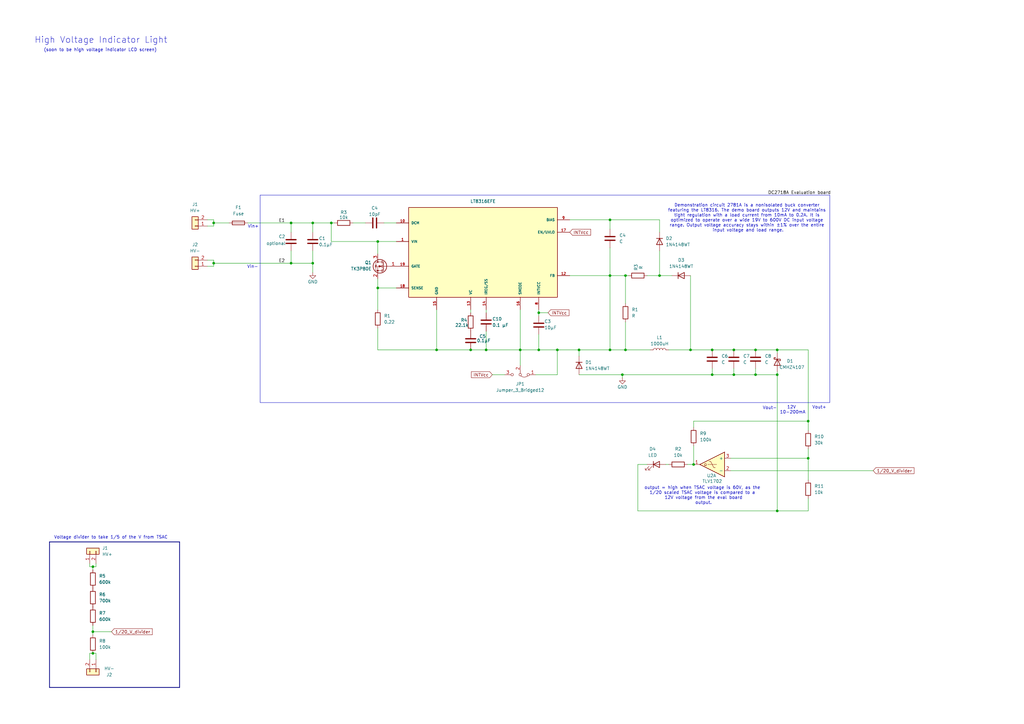
<source format=kicad_sch>
(kicad_sch
	(version 20250114)
	(generator "eeschema")
	(generator_version "9.0")
	(uuid "6e774aff-27e0-4346-9be8-67b840f3c91a")
	(paper "A3")
	(title_block
		(title "High Voltage Indicator Light FS2026 EV")
		(date "2025-12-08")
	)
	(lib_symbols
		(symbol "Custom_MSM:Comparator_Dual_Open-Coll"
			(exclude_from_sim no)
			(in_bom yes)
			(on_board yes)
			(property "Reference" "U"
				(at 0 1.27 0)
				(effects
					(font
						(size 1.27 1.27)
					)
					(justify left)
				)
			)
			(property "Value" "TLV1702"
				(at 0 -1.27 0)
				(effects
					(font
						(size 1.27 1.27)
					)
					(justify left)
				)
			)
			(property "Footprint" "Custom_MSM:Comparator_Dual_VSSOP-8"
				(at 0 0 0)
				(effects
					(font
						(size 1.27 1.27)
					)
					(hide yes)
				)
			)
			(property "Datasheet" "https://www.ti.com/general/docs/suppproductinfo.tsp?distId=10&gotoUrl=https%3A%2F%2Fwww.ti.com%2Flit%2Fgpn%2Ftlv1702-q1"
				(at 0 0 0)
				(effects
					(font
						(size 1.27 1.27)
					)
					(hide yes)
				)
			)
			(property "Description" "MSM standard 8-pin open-collector dual comparator"
				(at 0 0 0)
				(effects
					(font
						(size 1.27 1.27)
					)
					(hide yes)
				)
			)
			(property "MFN" "Texas Instruments"
				(at 0 0 0)
				(effects
					(font
						(size 1.27 1.27)
					)
					(hide yes)
				)
			)
			(property "MFP" "TLV1702AQDGKRQ1"
				(at 0 0 0)
				(effects
					(font
						(size 1.27 1.27)
					)
					(hide yes)
				)
			)
			(property "S1PN" "595-TLV1702AQDGKRQ1"
				(at 0 0 0)
				(effects
					(font
						(size 1.27 1.27)
					)
					(hide yes)
				)
			)
			(property "S1PL" "https://mou.sr/4nCpQbi"
				(at 0 0 0)
				(effects
					(font
						(size 1.27 1.27)
					)
					(hide yes)
				)
			)
			(property "S2PN" "296-43697-1-ND"
				(at 0 0 0)
				(effects
					(font
						(size 1.27 1.27)
					)
					(hide yes)
				)
			)
			(property "S2PL" "https://www.digikey.co.uk/short/d7mtqd05"
				(at 0 0 0)
				(effects
					(font
						(size 1.27 1.27)
					)
					(hide yes)
				)
			)
			(property "ki_locked" ""
				(at 0 0 0)
				(effects
					(font
						(size 1.27 1.27)
					)
				)
			)
			(property "ki_keywords" "VSSOP VSSOP-8 Comparator Dual Opamp Amplifier Open Collector Open Drain"
				(at 0 0 0)
				(effects
					(font
						(size 1.27 1.27)
					)
					(hide yes)
				)
			)
			(property "ki_fp_filters" "SOIC*3.9x4.9mm*P1.27mm* DIP*W7.62mm* MSOP*3x3mm*P0.65mm* SSOP*2.95x2.8mm*P0.65mm* TSSOP*3x3mm*P0.65mm* VSSOP*P0.5mm* TO?99*"
				(at 0 0 0)
				(effects
					(font
						(size 1.27 1.27)
					)
					(hide yes)
				)
			)
			(symbol "Comparator_Dual_Open-Coll_1_1"
				(polyline
					(pts
						(xy -5.08 0) (xy 5.08 -5.08) (xy -5.08 -10.16) (xy -5.08 0)
					)
					(stroke
						(width 0.254)
						(type default)
					)
					(fill
						(type background)
					)
				)
				(polyline
					(pts
						(xy -1.27 -5.08) (xy -1.778 -5.08)
					)
					(stroke
						(width 0)
						(type default)
					)
					(fill
						(type none)
					)
				)
				(polyline
					(pts
						(xy -1.27 -6.35) (xy -0.635 -6.35) (xy 0.635 -3.81) (xy 1.27 -3.81)
					)
					(stroke
						(width 0)
						(type solid)
					)
					(fill
						(type none)
					)
				)
				(polyline
					(pts
						(xy -0.508 -5.08) (xy -1.016 -5.08)
					)
					(stroke
						(width 0)
						(type default)
					)
					(fill
						(type none)
					)
				)
				(polyline
					(pts
						(xy -0.254 -5.08) (xy 0.254 -5.08)
					)
					(stroke
						(width 0)
						(type default)
					)
					(fill
						(type none)
					)
				)
				(polyline
					(pts
						(xy 0.508 -5.08) (xy 1.016 -5.08)
					)
					(stroke
						(width 0)
						(type default)
					)
					(fill
						(type none)
					)
				)
				(polyline
					(pts
						(xy 1.27 -5.08) (xy 1.778 -5.08)
					)
					(stroke
						(width 0)
						(type default)
					)
					(fill
						(type none)
					)
				)
				(polyline
					(pts
						(xy 3.302 -5.588) (xy 2.794 -5.588) (xy 3.302 -5.08) (xy 2.794 -4.572) (xy 2.286 -5.08) (xy 2.794 -5.588)
						(xy 2.286 -5.588)
					)
					(stroke
						(width 0.127)
						(type default)
					)
					(fill
						(type none)
					)
				)
				(pin input line
					(at -7.62 -2.54 0)
					(length 2.54)
					(name "+"
						(effects
							(font
								(size 1.27 1.27)
							)
						)
					)
					(number "3"
						(effects
							(font
								(size 1.27 1.27)
							)
						)
					)
				)
				(pin input line
					(at -7.62 -7.62 0)
					(length 2.54)
					(name "-"
						(effects
							(font
								(size 1.27 1.27)
							)
						)
					)
					(number "2"
						(effects
							(font
								(size 1.27 1.27)
							)
						)
					)
				)
				(pin output line
					(at 7.62 -5.08 180)
					(length 2.54)
					(name "~"
						(effects
							(font
								(size 1.27 1.27)
							)
						)
					)
					(number "1"
						(effects
							(font
								(size 1.27 1.27)
							)
						)
					)
				)
			)
			(symbol "Comparator_Dual_Open-Coll_2_1"
				(polyline
					(pts
						(xy -5.08 0) (xy 5.08 -5.08) (xy -5.08 -10.16) (xy -5.08 0)
					)
					(stroke
						(width 0.254)
						(type default)
					)
					(fill
						(type background)
					)
				)
				(polyline
					(pts
						(xy -1.27 -5.08) (xy -1.778 -5.08)
					)
					(stroke
						(width 0)
						(type default)
					)
					(fill
						(type none)
					)
				)
				(polyline
					(pts
						(xy -1.27 -6.35) (xy -0.635 -6.35) (xy 0.635 -3.81) (xy 1.27 -3.81)
					)
					(stroke
						(width 0)
						(type default)
					)
					(fill
						(type none)
					)
				)
				(polyline
					(pts
						(xy -0.508 -5.08) (xy -1.016 -5.08)
					)
					(stroke
						(width 0)
						(type default)
					)
					(fill
						(type none)
					)
				)
				(polyline
					(pts
						(xy -0.254 -5.08) (xy 0.254 -5.08)
					)
					(stroke
						(width 0)
						(type default)
					)
					(fill
						(type none)
					)
				)
				(polyline
					(pts
						(xy 0.508 -5.08) (xy 1.016 -5.08)
					)
					(stroke
						(width 0)
						(type default)
					)
					(fill
						(type none)
					)
				)
				(polyline
					(pts
						(xy 1.27 -5.08) (xy 1.778 -5.08)
					)
					(stroke
						(width 0)
						(type default)
					)
					(fill
						(type none)
					)
				)
				(polyline
					(pts
						(xy 3.302 -5.588) (xy 2.794 -5.588) (xy 3.302 -5.08) (xy 2.794 -4.572) (xy 2.286 -5.08) (xy 2.794 -5.588)
						(xy 2.286 -5.588)
					)
					(stroke
						(width 0.127)
						(type default)
					)
					(fill
						(type none)
					)
				)
				(pin input line
					(at -7.62 -2.54 0)
					(length 2.54)
					(name "+"
						(effects
							(font
								(size 1.27 1.27)
							)
						)
					)
					(number "5"
						(effects
							(font
								(size 1.27 1.27)
							)
						)
					)
				)
				(pin input line
					(at -7.62 -7.62 0)
					(length 2.54)
					(name "-"
						(effects
							(font
								(size 1.27 1.27)
							)
						)
					)
					(number "6"
						(effects
							(font
								(size 1.27 1.27)
							)
						)
					)
				)
				(pin output line
					(at 7.62 -5.08 180)
					(length 2.54)
					(name "~"
						(effects
							(font
								(size 1.27 1.27)
							)
						)
					)
					(number "7"
						(effects
							(font
								(size 1.27 1.27)
							)
						)
					)
				)
			)
			(symbol "Comparator_Dual_Open-Coll_3_1"
				(pin power_in line
					(at -2.54 7.62 270)
					(length 3.81)
					(name "V+"
						(effects
							(font
								(size 1.27 1.27)
							)
						)
					)
					(number "8"
						(effects
							(font
								(size 1.27 1.27)
							)
						)
					)
				)
				(pin power_in line
					(at -2.54 -7.62 90)
					(length 3.81)
					(name "V-"
						(effects
							(font
								(size 1.27 1.27)
							)
						)
					)
					(number "4"
						(effects
							(font
								(size 1.27 1.27)
							)
						)
					)
				)
			)
			(embedded_fonts no)
		)
		(symbol "Custom_MSM:Connector_PP15"
			(pin_names
				(offset 1.016)
				(hide yes)
			)
			(exclude_from_sim no)
			(in_bom yes)
			(on_board yes)
			(property "Reference" "J"
				(at 0 2.54 0)
				(effects
					(font
						(size 1.27 1.27)
					)
				)
			)
			(property "Value" "PP15"
				(at 0 -5.08 0)
				(effects
					(font
						(size 1.27 1.27)
					)
				)
			)
			(property "Footprint" "Custom_MSM:Connector_PP15"
				(at 0 0 0)
				(effects
					(font
						(size 1.27 1.27)
					)
					(hide yes)
				)
			)
			(property "Datasheet" "https://www.andersonpower.com/content/dam/app/ecommerce/product-pdfs/DS-PP1545.pdf"
				(at 0 0 0)
				(effects
					(font
						(size 1.27 1.27)
					)
					(hide yes)
				)
			)
			(property "Description" "MSM standard 2-pin PP15 connector"
				(at 0 0 0)
				(effects
					(font
						(size 1.27 1.27)
					)
					(hide yes)
				)
			)
			(property "MFN" "Anderson PowerPole"
				(at 0 0 0)
				(effects
					(font
						(size 1.27 1.27)
					)
					(hide yes)
				)
			)
			(property "MFP" "ASMPR45-1X2-RK"
				(at 0 0 0)
				(effects
					(font
						(size 1.27 1.27)
					)
					(hide yes)
				)
			)
			(property "S1PN" "879-ASMPR45-1X2-RK"
				(at 0 0 0)
				(effects
					(font
						(size 1.27 1.27)
					)
					(hide yes)
				)
			)
			(property "S1PL" "https://mou.sr/4hLmzF1"
				(at 0 0 0)
				(effects
					(font
						(size 1.27 1.27)
					)
					(hide yes)
				)
			)
			(property "S2PN" "2243-ASMPR45-1X2-RK-ND"
				(at 0 0 0)
				(effects
					(font
						(size 1.27 1.27)
					)
					(hide yes)
				)
			)
			(property "S2PL" "https://www.digikey.co.uk/short/05tbn744"
				(at 0 0 0)
				(effects
					(font
						(size 1.27 1.27)
					)
					(hide yes)
				)
			)
			(property "ki_keywords" "MSM standard 2-pin PP15 connector"
				(at 0 0 0)
				(effects
					(font
						(size 1.27 1.27)
					)
					(hide yes)
				)
			)
			(property "ki_fp_filters" "Connector*:*_1x??_*"
				(at 0 0 0)
				(effects
					(font
						(size 1.27 1.27)
					)
					(hide yes)
				)
			)
			(symbol "Connector_PP15_1_1"
				(rectangle
					(start -1.27 1.27)
					(end 1.27 -3.81)
					(stroke
						(width 0.254)
						(type default)
					)
					(fill
						(type background)
					)
				)
				(rectangle
					(start -1.27 0.127)
					(end 0 -0.127)
					(stroke
						(width 0.1524)
						(type default)
					)
					(fill
						(type none)
					)
				)
				(rectangle
					(start -1.27 -2.413)
					(end 0 -2.667)
					(stroke
						(width 0.1524)
						(type default)
					)
					(fill
						(type none)
					)
				)
				(pin passive line
					(at -5.08 0 0)
					(length 3.81)
					(name "Pin_1"
						(effects
							(font
								(size 1.27 1.27)
							)
						)
					)
					(number "1"
						(effects
							(font
								(size 1.27 1.27)
							)
						)
					)
				)
				(pin passive line
					(at -5.08 -2.54 0)
					(length 3.81)
					(name "Pin_2"
						(effects
							(font
								(size 1.27 1.27)
							)
						)
					)
					(number "2"
						(effects
							(font
								(size 1.27 1.27)
							)
						)
					)
				)
			)
			(embedded_fonts no)
		)
		(symbol "Custom_MSM:MOSFET_N-CH"
			(pin_names
				(offset 0)
				(hide yes)
			)
			(exclude_from_sim no)
			(in_bom yes)
			(on_board yes)
			(property "Reference" "Q"
				(at 5.08 1.905 0)
				(effects
					(font
						(size 1.27 1.27)
					)
					(justify left)
				)
			)
			(property "Value" "BSS205N"
				(at 5.08 0 0)
				(effects
					(font
						(size 1.27 1.27)
					)
					(justify left)
				)
			)
			(property "Footprint" "Custom_MSM:MOSFET_Single_SOT-23"
				(at 5.08 2.54 0)
				(effects
					(font
						(size 1.27 1.27)
					)
					(hide yes)
				)
			)
			(property "Datasheet" "https://www.infineon.com/dgdl/BSS205N_Rev2.4.pdf?folderId=db3a3043156fd573011622e10b5c1f67&fileId=db3a304330f686060131091244950062"
				(at 0 0 0)
				(effects
					(font
						(size 1.27 1.27)
					)
					(hide yes)
				)
			)
			(property "Description" "MSM standard 3-pin N-Channel MOSFET"
				(at 0 0 0)
				(effects
					(font
						(size 1.27 1.27)
					)
					(hide yes)
				)
			)
			(property "MFN" "Infineon"
				(at 0 0 0)
				(effects
					(font
						(size 1.27 1.27)
					)
					(hide yes)
				)
			)
			(property "MFP" "BSS205NH6327XTSA1"
				(at 0 0 0)
				(effects
					(font
						(size 1.27 1.27)
					)
					(hide yes)
				)
			)
			(property "S1PN" "726-BSS205NH6327"
				(at 0 0 0)
				(effects
					(font
						(size 1.27 1.27)
					)
					(hide yes)
				)
			)
			(property "S1PL" "https://mou.sr/3WyFwkN"
				(at 0 0 0)
				(effects
					(font
						(size 1.27 1.27)
					)
					(hide yes)
				)
			)
			(property "S2PN" "BSS205NH6327XTSA1CT-ND"
				(at 0 0 0)
				(effects
					(font
						(size 1.27 1.27)
					)
					(hide yes)
				)
			)
			(property "S2PL" "https://www.digikey.co.uk/short/wdw0q373"
				(at 0 0 0)
				(effects
					(font
						(size 1.27 1.27)
					)
					(hide yes)
				)
			)
			(property "ki_keywords" "TSOT-23 SOT-23 MOSFET Single FET P-Channel N-Channel P N Channel"
				(at 0 0 0)
				(effects
					(font
						(size 1.27 1.27)
					)
					(hide yes)
				)
			)
			(symbol "MOSFET_N-CH_0_1"
				(polyline
					(pts
						(xy 0.254 1.905) (xy 0.254 -1.905)
					)
					(stroke
						(width 0.254)
						(type default)
					)
					(fill
						(type none)
					)
				)
				(polyline
					(pts
						(xy 0.254 0) (xy -2.54 0)
					)
					(stroke
						(width 0)
						(type default)
					)
					(fill
						(type none)
					)
				)
				(polyline
					(pts
						(xy 0.762 2.286) (xy 0.762 1.27)
					)
					(stroke
						(width 0.254)
						(type default)
					)
					(fill
						(type none)
					)
				)
				(polyline
					(pts
						(xy 0.762 0.508) (xy 0.762 -0.508)
					)
					(stroke
						(width 0.254)
						(type default)
					)
					(fill
						(type none)
					)
				)
				(polyline
					(pts
						(xy 0.762 -1.27) (xy 0.762 -2.286)
					)
					(stroke
						(width 0.254)
						(type default)
					)
					(fill
						(type none)
					)
				)
				(polyline
					(pts
						(xy 0.762 -1.778) (xy 3.302 -1.778) (xy 3.302 1.778) (xy 0.762 1.778)
					)
					(stroke
						(width 0)
						(type default)
					)
					(fill
						(type none)
					)
				)
				(polyline
					(pts
						(xy 1.016 0) (xy 2.032 0.381) (xy 2.032 -0.381) (xy 1.016 0)
					)
					(stroke
						(width 0)
						(type default)
					)
					(fill
						(type outline)
					)
				)
				(circle
					(center 1.651 0)
					(radius 2.794)
					(stroke
						(width 0.254)
						(type default)
					)
					(fill
						(type none)
					)
				)
				(polyline
					(pts
						(xy 2.54 2.54) (xy 2.54 1.778)
					)
					(stroke
						(width 0)
						(type default)
					)
					(fill
						(type none)
					)
				)
				(circle
					(center 2.54 1.778)
					(radius 0.254)
					(stroke
						(width 0)
						(type default)
					)
					(fill
						(type outline)
					)
				)
				(circle
					(center 2.54 -1.778)
					(radius 0.254)
					(stroke
						(width 0)
						(type default)
					)
					(fill
						(type outline)
					)
				)
				(polyline
					(pts
						(xy 2.54 -2.54) (xy 2.54 0) (xy 0.762 0)
					)
					(stroke
						(width 0)
						(type default)
					)
					(fill
						(type none)
					)
				)
				(polyline
					(pts
						(xy 2.921 0.381) (xy 3.683 0.381)
					)
					(stroke
						(width 0)
						(type default)
					)
					(fill
						(type none)
					)
				)
				(polyline
					(pts
						(xy 3.302 0.381) (xy 2.921 -0.254) (xy 3.683 -0.254) (xy 3.302 0.381)
					)
					(stroke
						(width 0)
						(type default)
					)
					(fill
						(type none)
					)
				)
			)
			(symbol "MOSFET_N-CH_1_1"
				(pin input line
					(at -5.08 0 0)
					(length 2.54)
					(name "G"
						(effects
							(font
								(size 1.27 1.27)
							)
						)
					)
					(number "1"
						(effects
							(font
								(size 1.27 1.27)
							)
						)
					)
				)
				(pin passive line
					(at 2.54 5.08 270)
					(length 2.54)
					(name "D"
						(effects
							(font
								(size 1.27 1.27)
							)
						)
					)
					(number "3"
						(effects
							(font
								(size 1.27 1.27)
							)
						)
					)
				)
				(pin passive line
					(at 2.54 -5.08 90)
					(length 2.54)
					(name "S"
						(effects
							(font
								(size 1.27 1.27)
							)
						)
					)
					(number "2"
						(effects
							(font
								(size 1.27 1.27)
							)
						)
					)
				)
			)
			(embedded_fonts no)
		)
		(symbol "Device:C"
			(pin_numbers
				(hide yes)
			)
			(pin_names
				(offset 0.254)
			)
			(exclude_from_sim no)
			(in_bom yes)
			(on_board yes)
			(property "Reference" "C"
				(at 0.635 2.54 0)
				(effects
					(font
						(size 1.27 1.27)
					)
					(justify left)
				)
			)
			(property "Value" "C"
				(at 0.635 -2.54 0)
				(effects
					(font
						(size 1.27 1.27)
					)
					(justify left)
				)
			)
			(property "Footprint" ""
				(at 0.9652 -3.81 0)
				(effects
					(font
						(size 1.27 1.27)
					)
					(hide yes)
				)
			)
			(property "Datasheet" "~"
				(at 0 0 0)
				(effects
					(font
						(size 1.27 1.27)
					)
					(hide yes)
				)
			)
			(property "Description" "Unpolarized capacitor"
				(at 0 0 0)
				(effects
					(font
						(size 1.27 1.27)
					)
					(hide yes)
				)
			)
			(property "ki_keywords" "cap capacitor"
				(at 0 0 0)
				(effects
					(font
						(size 1.27 1.27)
					)
					(hide yes)
				)
			)
			(property "ki_fp_filters" "C_*"
				(at 0 0 0)
				(effects
					(font
						(size 1.27 1.27)
					)
					(hide yes)
				)
			)
			(symbol "C_0_1"
				(polyline
					(pts
						(xy -2.032 0.762) (xy 2.032 0.762)
					)
					(stroke
						(width 0.508)
						(type default)
					)
					(fill
						(type none)
					)
				)
				(polyline
					(pts
						(xy -2.032 -0.762) (xy 2.032 -0.762)
					)
					(stroke
						(width 0.508)
						(type default)
					)
					(fill
						(type none)
					)
				)
			)
			(symbol "C_1_1"
				(pin passive line
					(at 0 3.81 270)
					(length 2.794)
					(name "~"
						(effects
							(font
								(size 1.27 1.27)
							)
						)
					)
					(number "1"
						(effects
							(font
								(size 1.27 1.27)
							)
						)
					)
				)
				(pin passive line
					(at 0 -3.81 90)
					(length 2.794)
					(name "~"
						(effects
							(font
								(size 1.27 1.27)
							)
						)
					)
					(number "2"
						(effects
							(font
								(size 1.27 1.27)
							)
						)
					)
				)
			)
			(embedded_fonts no)
		)
		(symbol "Device:Fuse"
			(pin_numbers
				(hide yes)
			)
			(pin_names
				(offset 0)
			)
			(exclude_from_sim no)
			(in_bom yes)
			(on_board yes)
			(property "Reference" "F"
				(at 2.032 0 90)
				(effects
					(font
						(size 1.27 1.27)
					)
				)
			)
			(property "Value" "Fuse"
				(at -1.905 0 90)
				(effects
					(font
						(size 1.27 1.27)
					)
				)
			)
			(property "Footprint" ""
				(at -1.778 0 90)
				(effects
					(font
						(size 1.27 1.27)
					)
					(hide yes)
				)
			)
			(property "Datasheet" "~"
				(at 0 0 0)
				(effects
					(font
						(size 1.27 1.27)
					)
					(hide yes)
				)
			)
			(property "Description" "Fuse"
				(at 0 0 0)
				(effects
					(font
						(size 1.27 1.27)
					)
					(hide yes)
				)
			)
			(property "ki_keywords" "fuse"
				(at 0 0 0)
				(effects
					(font
						(size 1.27 1.27)
					)
					(hide yes)
				)
			)
			(property "ki_fp_filters" "*Fuse*"
				(at 0 0 0)
				(effects
					(font
						(size 1.27 1.27)
					)
					(hide yes)
				)
			)
			(symbol "Fuse_0_1"
				(rectangle
					(start -0.762 -2.54)
					(end 0.762 2.54)
					(stroke
						(width 0.254)
						(type default)
					)
					(fill
						(type none)
					)
				)
				(polyline
					(pts
						(xy 0 2.54) (xy 0 -2.54)
					)
					(stroke
						(width 0)
						(type default)
					)
					(fill
						(type none)
					)
				)
			)
			(symbol "Fuse_1_1"
				(pin passive line
					(at 0 3.81 270)
					(length 1.27)
					(name "~"
						(effects
							(font
								(size 1.27 1.27)
							)
						)
					)
					(number "1"
						(effects
							(font
								(size 1.27 1.27)
							)
						)
					)
				)
				(pin passive line
					(at 0 -3.81 90)
					(length 1.27)
					(name "~"
						(effects
							(font
								(size 1.27 1.27)
							)
						)
					)
					(number "2"
						(effects
							(font
								(size 1.27 1.27)
							)
						)
					)
				)
			)
			(embedded_fonts no)
		)
		(symbol "Device:L"
			(pin_numbers
				(hide yes)
			)
			(pin_names
				(offset 1.016)
				(hide yes)
			)
			(exclude_from_sim no)
			(in_bom yes)
			(on_board yes)
			(property "Reference" "L"
				(at -1.27 0 90)
				(effects
					(font
						(size 1.27 1.27)
					)
				)
			)
			(property "Value" "L"
				(at 1.905 0 90)
				(effects
					(font
						(size 1.27 1.27)
					)
				)
			)
			(property "Footprint" ""
				(at 0 0 0)
				(effects
					(font
						(size 1.27 1.27)
					)
					(hide yes)
				)
			)
			(property "Datasheet" "~"
				(at 0 0 0)
				(effects
					(font
						(size 1.27 1.27)
					)
					(hide yes)
				)
			)
			(property "Description" "Inductor"
				(at 0 0 0)
				(effects
					(font
						(size 1.27 1.27)
					)
					(hide yes)
				)
			)
			(property "ki_keywords" "inductor choke coil reactor magnetic"
				(at 0 0 0)
				(effects
					(font
						(size 1.27 1.27)
					)
					(hide yes)
				)
			)
			(property "ki_fp_filters" "Choke_* *Coil* Inductor_* L_*"
				(at 0 0 0)
				(effects
					(font
						(size 1.27 1.27)
					)
					(hide yes)
				)
			)
			(symbol "L_0_1"
				(arc
					(start 0 2.54)
					(mid 0.6323 1.905)
					(end 0 1.27)
					(stroke
						(width 0)
						(type default)
					)
					(fill
						(type none)
					)
				)
				(arc
					(start 0 1.27)
					(mid 0.6323 0.635)
					(end 0 0)
					(stroke
						(width 0)
						(type default)
					)
					(fill
						(type none)
					)
				)
				(arc
					(start 0 0)
					(mid 0.6323 -0.635)
					(end 0 -1.27)
					(stroke
						(width 0)
						(type default)
					)
					(fill
						(type none)
					)
				)
				(arc
					(start 0 -1.27)
					(mid 0.6323 -1.905)
					(end 0 -2.54)
					(stroke
						(width 0)
						(type default)
					)
					(fill
						(type none)
					)
				)
			)
			(symbol "L_1_1"
				(pin passive line
					(at 0 3.81 270)
					(length 1.27)
					(name "1"
						(effects
							(font
								(size 1.27 1.27)
							)
						)
					)
					(number "1"
						(effects
							(font
								(size 1.27 1.27)
							)
						)
					)
				)
				(pin passive line
					(at 0 -3.81 90)
					(length 1.27)
					(name "2"
						(effects
							(font
								(size 1.27 1.27)
							)
						)
					)
					(number "2"
						(effects
							(font
								(size 1.27 1.27)
							)
						)
					)
				)
			)
			(embedded_fonts no)
		)
		(symbol "Device:LED"
			(pin_numbers
				(hide yes)
			)
			(pin_names
				(offset 1.016)
				(hide yes)
			)
			(exclude_from_sim no)
			(in_bom yes)
			(on_board yes)
			(property "Reference" "D"
				(at 0 2.54 0)
				(effects
					(font
						(size 1.27 1.27)
					)
				)
			)
			(property "Value" "LED"
				(at 0 -2.54 0)
				(effects
					(font
						(size 1.27 1.27)
					)
				)
			)
			(property "Footprint" ""
				(at 0 0 0)
				(effects
					(font
						(size 1.27 1.27)
					)
					(hide yes)
				)
			)
			(property "Datasheet" "~"
				(at 0 0 0)
				(effects
					(font
						(size 1.27 1.27)
					)
					(hide yes)
				)
			)
			(property "Description" "Light emitting diode"
				(at 0 0 0)
				(effects
					(font
						(size 1.27 1.27)
					)
					(hide yes)
				)
			)
			(property "Sim.Pins" "1=K 2=A"
				(at 0 0 0)
				(effects
					(font
						(size 1.27 1.27)
					)
					(hide yes)
				)
			)
			(property "ki_keywords" "LED diode"
				(at 0 0 0)
				(effects
					(font
						(size 1.27 1.27)
					)
					(hide yes)
				)
			)
			(property "ki_fp_filters" "LED* LED_SMD:* LED_THT:*"
				(at 0 0 0)
				(effects
					(font
						(size 1.27 1.27)
					)
					(hide yes)
				)
			)
			(symbol "LED_0_1"
				(polyline
					(pts
						(xy -3.048 -0.762) (xy -4.572 -2.286) (xy -3.81 -2.286) (xy -4.572 -2.286) (xy -4.572 -1.524)
					)
					(stroke
						(width 0)
						(type default)
					)
					(fill
						(type none)
					)
				)
				(polyline
					(pts
						(xy -1.778 -0.762) (xy -3.302 -2.286) (xy -2.54 -2.286) (xy -3.302 -2.286) (xy -3.302 -1.524)
					)
					(stroke
						(width 0)
						(type default)
					)
					(fill
						(type none)
					)
				)
				(polyline
					(pts
						(xy -1.27 0) (xy 1.27 0)
					)
					(stroke
						(width 0)
						(type default)
					)
					(fill
						(type none)
					)
				)
				(polyline
					(pts
						(xy -1.27 -1.27) (xy -1.27 1.27)
					)
					(stroke
						(width 0.254)
						(type default)
					)
					(fill
						(type none)
					)
				)
				(polyline
					(pts
						(xy 1.27 -1.27) (xy 1.27 1.27) (xy -1.27 0) (xy 1.27 -1.27)
					)
					(stroke
						(width 0.254)
						(type default)
					)
					(fill
						(type none)
					)
				)
			)
			(symbol "LED_1_1"
				(pin passive line
					(at -3.81 0 0)
					(length 2.54)
					(name "K"
						(effects
							(font
								(size 1.27 1.27)
							)
						)
					)
					(number "1"
						(effects
							(font
								(size 1.27 1.27)
							)
						)
					)
				)
				(pin passive line
					(at 3.81 0 180)
					(length 2.54)
					(name "A"
						(effects
							(font
								(size 1.27 1.27)
							)
						)
					)
					(number "2"
						(effects
							(font
								(size 1.27 1.27)
							)
						)
					)
				)
			)
			(embedded_fonts no)
		)
		(symbol "Device:R"
			(pin_numbers
				(hide yes)
			)
			(pin_names
				(offset 0)
			)
			(exclude_from_sim no)
			(in_bom yes)
			(on_board yes)
			(property "Reference" "R"
				(at 2.032 0 90)
				(effects
					(font
						(size 1.27 1.27)
					)
				)
			)
			(property "Value" "R"
				(at 0 0 90)
				(effects
					(font
						(size 1.27 1.27)
					)
				)
			)
			(property "Footprint" ""
				(at -1.778 0 90)
				(effects
					(font
						(size 1.27 1.27)
					)
					(hide yes)
				)
			)
			(property "Datasheet" "~"
				(at 0 0 0)
				(effects
					(font
						(size 1.27 1.27)
					)
					(hide yes)
				)
			)
			(property "Description" "Resistor"
				(at 0 0 0)
				(effects
					(font
						(size 1.27 1.27)
					)
					(hide yes)
				)
			)
			(property "ki_keywords" "R res resistor"
				(at 0 0 0)
				(effects
					(font
						(size 1.27 1.27)
					)
					(hide yes)
				)
			)
			(property "ki_fp_filters" "R_*"
				(at 0 0 0)
				(effects
					(font
						(size 1.27 1.27)
					)
					(hide yes)
				)
			)
			(symbol "R_0_1"
				(rectangle
					(start -1.016 -2.54)
					(end 1.016 2.54)
					(stroke
						(width 0.254)
						(type default)
					)
					(fill
						(type none)
					)
				)
			)
			(symbol "R_1_1"
				(pin passive line
					(at 0 3.81 270)
					(length 1.27)
					(name "~"
						(effects
							(font
								(size 1.27 1.27)
							)
						)
					)
					(number "1"
						(effects
							(font
								(size 1.27 1.27)
							)
						)
					)
				)
				(pin passive line
					(at 0 -3.81 90)
					(length 1.27)
					(name "~"
						(effects
							(font
								(size 1.27 1.27)
							)
						)
					)
					(number "2"
						(effects
							(font
								(size 1.27 1.27)
							)
						)
					)
				)
			)
			(embedded_fonts no)
		)
		(symbol "Diode:1N4148WT"
			(pin_numbers
				(hide yes)
			)
			(pin_names
				(hide yes)
			)
			(exclude_from_sim no)
			(in_bom yes)
			(on_board yes)
			(property "Reference" "D"
				(at 0 2.54 0)
				(effects
					(font
						(size 1.27 1.27)
					)
				)
			)
			(property "Value" "1N4148WT"
				(at 0 -2.54 0)
				(effects
					(font
						(size 1.27 1.27)
					)
				)
			)
			(property "Footprint" "Diode_SMD:D_SOD-523"
				(at 0 -4.445 0)
				(effects
					(font
						(size 1.27 1.27)
					)
					(hide yes)
				)
			)
			(property "Datasheet" "https://www.diodes.com/assets/Datasheets/ds30396.pdf"
				(at 0 0 0)
				(effects
					(font
						(size 1.27 1.27)
					)
					(hide yes)
				)
			)
			(property "Description" "75V 0.15A Fast switching Diode, SOD-523"
				(at 0 0 0)
				(effects
					(font
						(size 1.27 1.27)
					)
					(hide yes)
				)
			)
			(property "Sim.Device" "D"
				(at 0 0 0)
				(effects
					(font
						(size 1.27 1.27)
					)
					(hide yes)
				)
			)
			(property "Sim.Pins" "1=K 2=A"
				(at 0 0 0)
				(effects
					(font
						(size 1.27 1.27)
					)
					(hide yes)
				)
			)
			(property "ki_keywords" "diode"
				(at 0 0 0)
				(effects
					(font
						(size 1.27 1.27)
					)
					(hide yes)
				)
			)
			(property "ki_fp_filters" "D*SOD?523*"
				(at 0 0 0)
				(effects
					(font
						(size 1.27 1.27)
					)
					(hide yes)
				)
			)
			(symbol "1N4148WT_0_1"
				(polyline
					(pts
						(xy -1.27 1.27) (xy -1.27 -1.27)
					)
					(stroke
						(width 0.254)
						(type default)
					)
					(fill
						(type none)
					)
				)
				(polyline
					(pts
						(xy 1.27 1.27) (xy 1.27 -1.27) (xy -1.27 0) (xy 1.27 1.27)
					)
					(stroke
						(width 0.254)
						(type default)
					)
					(fill
						(type none)
					)
				)
				(polyline
					(pts
						(xy 1.27 0) (xy -1.27 0)
					)
					(stroke
						(width 0)
						(type default)
					)
					(fill
						(type none)
					)
				)
			)
			(symbol "1N4148WT_1_1"
				(pin passive line
					(at -3.81 0 0)
					(length 2.54)
					(name "K"
						(effects
							(font
								(size 1.27 1.27)
							)
						)
					)
					(number "1"
						(effects
							(font
								(size 1.27 1.27)
							)
						)
					)
				)
				(pin passive line
					(at 3.81 0 180)
					(length 2.54)
					(name "A"
						(effects
							(font
								(size 1.27 1.27)
							)
						)
					)
					(number "2"
						(effects
							(font
								(size 1.27 1.27)
							)
						)
					)
				)
			)
			(embedded_fonts no)
		)
		(symbol "Diode:SB130"
			(pin_numbers
				(hide yes)
			)
			(pin_names
				(offset 1.016)
				(hide yes)
			)
			(exclude_from_sim no)
			(in_bom yes)
			(on_board yes)
			(property "Reference" "D"
				(at 0 2.54 0)
				(effects
					(font
						(size 1.27 1.27)
					)
				)
			)
			(property "Value" "SB130"
				(at 0 -2.54 0)
				(effects
					(font
						(size 1.27 1.27)
					)
				)
			)
			(property "Footprint" "Diode_THT:D_DO-41_SOD81_P10.16mm_Horizontal"
				(at 0 -4.445 0)
				(effects
					(font
						(size 1.27 1.27)
					)
					(hide yes)
				)
			)
			(property "Datasheet" "http://www.diodes.com/_files/datasheets/ds23022.pdf"
				(at 0 0 0)
				(effects
					(font
						(size 1.27 1.27)
					)
					(hide yes)
				)
			)
			(property "Description" "30V 1A Schottky Barrier Rectifier Diode, DO-41"
				(at 0 0 0)
				(effects
					(font
						(size 1.27 1.27)
					)
					(hide yes)
				)
			)
			(property "ki_keywords" "diode Schottky"
				(at 0 0 0)
				(effects
					(font
						(size 1.27 1.27)
					)
					(hide yes)
				)
			)
			(property "ki_fp_filters" "D*DO?41*"
				(at 0 0 0)
				(effects
					(font
						(size 1.27 1.27)
					)
					(hide yes)
				)
			)
			(symbol "SB130_0_1"
				(polyline
					(pts
						(xy -1.905 0.635) (xy -1.905 1.27) (xy -1.27 1.27) (xy -1.27 -1.27) (xy -0.635 -1.27) (xy -0.635 -0.635)
					)
					(stroke
						(width 0.254)
						(type default)
					)
					(fill
						(type none)
					)
				)
				(polyline
					(pts
						(xy 1.27 1.27) (xy 1.27 -1.27) (xy -1.27 0) (xy 1.27 1.27)
					)
					(stroke
						(width 0.254)
						(type default)
					)
					(fill
						(type none)
					)
				)
				(polyline
					(pts
						(xy 1.27 0) (xy -1.27 0)
					)
					(stroke
						(width 0)
						(type default)
					)
					(fill
						(type none)
					)
				)
			)
			(symbol "SB130_1_1"
				(pin passive line
					(at -3.81 0 0)
					(length 2.54)
					(name "K"
						(effects
							(font
								(size 1.27 1.27)
							)
						)
					)
					(number "1"
						(effects
							(font
								(size 1.27 1.27)
							)
						)
					)
				)
				(pin passive line
					(at 3.81 0 180)
					(length 2.54)
					(name "A"
						(effects
							(font
								(size 1.27 1.27)
							)
						)
					)
					(number "2"
						(effects
							(font
								(size 1.27 1.27)
							)
						)
					)
				)
			)
			(embedded_fonts no)
		)
		(symbol "Jumper:Jumper_3_Bridged12"
			(pin_names
				(offset 0)
				(hide yes)
			)
			(exclude_from_sim no)
			(in_bom no)
			(on_board yes)
			(property "Reference" "JP"
				(at -2.54 -2.54 0)
				(effects
					(font
						(size 1.27 1.27)
					)
				)
			)
			(property "Value" "Jumper_3_Bridged12"
				(at 0 2.794 0)
				(effects
					(font
						(size 1.27 1.27)
					)
				)
			)
			(property "Footprint" ""
				(at 0 0 0)
				(effects
					(font
						(size 1.27 1.27)
					)
					(hide yes)
				)
			)
			(property "Datasheet" "~"
				(at 0 0 0)
				(effects
					(font
						(size 1.27 1.27)
					)
					(hide yes)
				)
			)
			(property "Description" "Jumper, 3-pole, pins 1+2 closed/bridged"
				(at 0 0 0)
				(effects
					(font
						(size 1.27 1.27)
					)
					(hide yes)
				)
			)
			(property "ki_keywords" "Jumper SPDT"
				(at 0 0 0)
				(effects
					(font
						(size 1.27 1.27)
					)
					(hide yes)
				)
			)
			(property "ki_fp_filters" "Jumper* TestPoint*3Pads* TestPoint*Bridge*"
				(at 0 0 0)
				(effects
					(font
						(size 1.27 1.27)
					)
					(hide yes)
				)
			)
			(symbol "Jumper_3_Bridged12_0_0"
				(circle
					(center -3.302 0)
					(radius 0.508)
					(stroke
						(width 0)
						(type default)
					)
					(fill
						(type none)
					)
				)
				(circle
					(center 0 0)
					(radius 0.508)
					(stroke
						(width 0)
						(type default)
					)
					(fill
						(type none)
					)
				)
				(circle
					(center 3.302 0)
					(radius 0.508)
					(stroke
						(width 0)
						(type default)
					)
					(fill
						(type none)
					)
				)
			)
			(symbol "Jumper_3_Bridged12_0_1"
				(arc
					(start -3.048 0.508)
					(mid -1.651 0.9912)
					(end -0.254 0.508)
					(stroke
						(width 0)
						(type default)
					)
					(fill
						(type none)
					)
				)
				(polyline
					(pts
						(xy 0 -1.27) (xy 0 -0.508)
					)
					(stroke
						(width 0)
						(type default)
					)
					(fill
						(type none)
					)
				)
			)
			(symbol "Jumper_3_Bridged12_1_1"
				(pin passive line
					(at -6.35 0 0)
					(length 2.54)
					(name "A"
						(effects
							(font
								(size 1.27 1.27)
							)
						)
					)
					(number "1"
						(effects
							(font
								(size 1.27 1.27)
							)
						)
					)
				)
				(pin passive line
					(at 0 -3.81 90)
					(length 2.54)
					(name "C"
						(effects
							(font
								(size 1.27 1.27)
							)
						)
					)
					(number "2"
						(effects
							(font
								(size 1.27 1.27)
							)
						)
					)
				)
				(pin passive line
					(at 6.35 0 180)
					(length 2.54)
					(name "B"
						(effects
							(font
								(size 1.27 1.27)
							)
						)
					)
					(number "3"
						(effects
							(font
								(size 1.27 1.27)
							)
						)
					)
				)
			)
			(embedded_fonts no)
		)
		(symbol "LT8316IFE_PBF:LT8316EFE"
			(pin_names
				(offset 1.016)
			)
			(exclude_from_sim no)
			(in_bom yes)
			(on_board yes)
			(property "Reference" "U1"
				(at 20.574 11.176 0)
				(effects
					(font
						(size 1.27 1.27)
					)
					(justify right bottom)
					(hide yes)
				)
			)
			(property "Value" "LT8316EFE"
				(at -8.89 53.34 0)
				(effects
					(font
						(size 1.27 1.27)
					)
				)
			)
			(property "Footprint" "LT8316IFE_PBF:IC_LT8316IFE_PBF"
				(at 25.654 -18.796 0)
				(effects
					(font
						(size 1.27 1.27)
					)
					(justify bottom)
					(hide yes)
				)
			)
			(property "Datasheet" ""
				(at 0 0 0)
				(effects
					(font
						(size 1.27 1.27)
					)
					(hide yes)
				)
			)
			(property "Description" ""
				(at 0 0 0)
				(effects
					(font
						(size 1.27 1.27)
					)
					(hide yes)
				)
			)
			(property "MF" "Analog Devices"
				(at -5.08 -15.494 0)
				(effects
					(font
						(size 1.27 1.27)
					)
					(justify bottom)
					(hide yes)
				)
			)
			(property "MAXIMUM_PACKAGE_HEIGHT" "1.2 mm"
				(at 11.938 -5.334 0)
				(effects
					(font
						(size 1.27 1.27)
					)
					(justify bottom)
					(hide yes)
				)
			)
			(property "Package" "TSSOP -20 Analog Devices"
				(at 5.334 -9.652 0)
				(effects
					(font
						(size 1.27 1.27)
					)
					(justify bottom)
					(hide yes)
				)
			)
			(property "Price" "None"
				(at -21.336 -7.366 0)
				(effects
					(font
						(size 1.27 1.27)
					)
					(justify bottom)
					(hide yes)
				)
			)
			(property "Check_prices" "https://www.snapeda.com/parts/LT8316IFE%23PBF/Analog+Devices/view-part/?ref=eda"
				(at 0 0 0)
				(effects
					(font
						(size 1.27 1.27)
					)
					(justify bottom)
					(hide yes)
				)
			)
			(property "STANDARD" "Manufacturer Recommendations"
				(at -41.402 -10.668 0)
				(effects
					(font
						(size 1.27 1.27)
					)
					(justify bottom)
					(hide yes)
				)
			)
			(property "PARTREV" "A"
				(at -28.448 -15.494 0)
				(effects
					(font
						(size 1.27 1.27)
					)
					(justify bottom)
					(hide yes)
				)
			)
			(property "SnapEDA_Link" "https://www.snapeda.com/parts/LT8316IFE%23PBF/Analog+Devices/view-part/?ref=snap"
				(at 0 0 0)
				(effects
					(font
						(size 1.27 1.27)
					)
					(justify bottom)
					(hide yes)
				)
			)
			(property "MP" "LT8316IFE#PBF"
				(at 18.288 -15.24 0)
				(effects
					(font
						(size 1.27 1.27)
					)
					(justify bottom)
					(hide yes)
				)
			)
			(property "Description_1" "560VIN Micropower No-Opto Isolated Flyback Controller"
				(at 22.352 -14.478 0)
				(effects
					(font
						(size 1.27 1.27)
					)
					(justify bottom)
					(hide yes)
				)
			)
			(property "Availability" "In Stock"
				(at -26.67 -10.922 0)
				(effects
					(font
						(size 1.27 1.27)
					)
					(justify bottom)
					(hide yes)
				)
			)
			(property "MANUFACTURER" "Analog Devices"
				(at -17.78 -10.922 0)
				(effects
					(font
						(size 1.27 1.27)
					)
					(justify bottom)
					(hide yes)
				)
			)
			(symbol "LT8316EFE_0_0"
				(rectangle
					(start -39.37 50.8)
					(end 21.59 13.97)
					(stroke
						(width 0.254)
						(type default)
					)
					(fill
						(type background)
					)
				)
				(pin input line
					(at -44.45 44.45 0)
					(length 5.08)
					(name "DCM"
						(effects
							(font
								(size 1.016 1.016)
							)
						)
					)
					(number "10"
						(effects
							(font
								(size 1.016 1.016)
							)
						)
					)
				)
				(pin input line
					(at -44.45 36.83 0)
					(length 5.08)
					(name "VIN"
						(effects
							(font
								(size 1.016 1.016)
							)
						)
					)
					(number "1"
						(effects
							(font
								(size 1.016 1.016)
							)
						)
					)
				)
				(pin input line
					(at -44.45 36.83 0)
					(length 5.08)
					(hide yes)
					(name "VIN"
						(effects
							(font
								(size 1.016 1.016)
							)
						)
					)
					(number "2"
						(effects
							(font
								(size 1.016 1.016)
							)
						)
					)
				)
				(pin input line
					(at -44.45 36.83 0)
					(length 5.08)
					(hide yes)
					(name "VIN"
						(effects
							(font
								(size 1.016 1.016)
							)
						)
					)
					(number "3"
						(effects
							(font
								(size 1.016 1.016)
							)
						)
					)
				)
				(pin input line
					(at -44.45 34.29 0)
					(length 5.08)
					(hide yes)
					(name "VIN"
						(effects
							(font
								(size 1.016 1.016)
							)
						)
					)
					(number "2"
						(effects
							(font
								(size 1.016 1.016)
							)
						)
					)
				)
				(pin input line
					(at -44.45 34.29 0)
					(length 5.08)
					(hide yes)
					(name "VIN"
						(effects
							(font
								(size 1.016 1.016)
							)
						)
					)
					(number "3"
						(effects
							(font
								(size 1.016 1.016)
							)
						)
					)
				)
				(pin input line
					(at -44.45 31.75 0)
					(length 5.08)
					(hide yes)
					(name "VIN"
						(effects
							(font
								(size 1.016 1.016)
							)
						)
					)
					(number "2"
						(effects
							(font
								(size 1.016 1.016)
							)
						)
					)
				)
				(pin input line
					(at -44.45 31.75 0)
					(length 5.08)
					(hide yes)
					(name "VIN"
						(effects
							(font
								(size 1.016 1.016)
							)
						)
					)
					(number "3"
						(effects
							(font
								(size 1.016 1.016)
							)
						)
					)
				)
				(pin output line
					(at -44.45 26.67 0)
					(length 5.08)
					(name "GATE"
						(effects
							(font
								(size 1.016 1.016)
							)
						)
					)
					(number "19"
						(effects
							(font
								(size 1.016 1.016)
							)
						)
					)
				)
				(pin unspecified line
					(at -44.45 17.78 0)
					(length 5.08)
					(name "SENSE"
						(effects
							(font
								(size 1.016 1.016)
							)
						)
					)
					(number "18"
						(effects
							(font
								(size 1.016 1.016)
							)
						)
					)
				)
				(pin power_in line
					(at -27.94 8.89 90)
					(length 5.08)
					(name "GND"
						(effects
							(font
								(size 1.016 1.016)
							)
						)
					)
					(number "15"
						(effects
							(font
								(size 1.016 1.016)
							)
						)
					)
				)
				(pin power_in line
					(at -27.94 8.89 90)
					(length 5.08)
					(hide yes)
					(name "GND"
						(effects
							(font
								(size 1.016 1.016)
							)
						)
					)
					(number "20"
						(effects
							(font
								(size 1.016 1.016)
							)
						)
					)
				)
				(pin power_in line
					(at -27.94 8.89 90)
					(length 5.08)
					(hide yes)
					(name "GND"
						(effects
							(font
								(size 1.016 1.016)
							)
						)
					)
					(number "21"
						(effects
							(font
								(size 1.016 1.016)
							)
						)
					)
				)
				(pin power_in line
					(at -24.13 8.89 90)
					(length 5.08)
					(hide yes)
					(name "GND"
						(effects
							(font
								(size 1.016 1.016)
							)
						)
					)
					(number "20"
						(effects
							(font
								(size 1.016 1.016)
							)
						)
					)
				)
				(pin power_in line
					(at -24.13 8.89 90)
					(length 5.08)
					(hide yes)
					(name "GND"
						(effects
							(font
								(size 1.016 1.016)
							)
						)
					)
					(number "21"
						(effects
							(font
								(size 1.016 1.016)
							)
						)
					)
				)
				(pin power_in line
					(at -20.32 8.89 90)
					(length 5.08)
					(hide yes)
					(name "GND"
						(effects
							(font
								(size 1.016 1.016)
							)
						)
					)
					(number "20"
						(effects
							(font
								(size 1.016 1.016)
							)
						)
					)
				)
				(pin power_in line
					(at -20.32 8.89 90)
					(length 5.08)
					(hide yes)
					(name "GND"
						(effects
							(font
								(size 1.016 1.016)
							)
						)
					)
					(number "21"
						(effects
							(font
								(size 1.016 1.016)
							)
						)
					)
				)
				(pin passive line
					(at -13.97 8.89 90)
					(length 5.08)
					(name "VC"
						(effects
							(font
								(size 1.016 1.016)
							)
						)
					)
					(number "13"
						(effects
							(font
								(size 1.016 1.016)
							)
						)
					)
				)
				(pin bidirectional line
					(at -7.62 8.89 90)
					(length 5.08)
					(name "IREG/SS"
						(effects
							(font
								(size 1.016 1.016)
							)
						)
					)
					(number "14"
						(effects
							(font
								(size 1.016 1.016)
							)
						)
					)
				)
				(pin input line
					(at 6.35 8.89 90)
					(length 5.08)
					(name "SMODE"
						(effects
							(font
								(size 1.016 1.016)
							)
						)
					)
					(number "16"
						(effects
							(font
								(size 1.016 1.016)
							)
						)
					)
				)
				(pin output line
					(at 13.97 8.89 90)
					(length 5.08)
					(name "INTVCC"
						(effects
							(font
								(size 1.016 1.016)
							)
						)
					)
					(number "8"
						(effects
							(font
								(size 1.016 1.016)
							)
						)
					)
				)
				(pin input line
					(at 26.67 45.72 180)
					(length 5.08)
					(name "BIAS"
						(effects
							(font
								(size 1.016 1.016)
							)
						)
					)
					(number "9"
						(effects
							(font
								(size 1.016 1.016)
							)
						)
					)
				)
				(pin input line
					(at 26.67 40.64 180)
					(length 5.08)
					(name "EN/UVLO"
						(effects
							(font
								(size 1.016 1.016)
							)
						)
					)
					(number "17"
						(effects
							(font
								(size 1.016 1.016)
							)
						)
					)
				)
				(pin input line
					(at 26.67 22.86 180)
					(length 5.08)
					(name "FB"
						(effects
							(font
								(size 1.016 1.016)
							)
						)
					)
					(number "12"
						(effects
							(font
								(size 1.016 1.016)
							)
						)
					)
				)
			)
			(symbol "LT8316EFE_1_0"
				(pin input line
					(at -44.45 34.29 0)
					(length 5.08)
					(hide yes)
					(name "VIN"
						(effects
							(font
								(size 1.016 1.016)
							)
						)
					)
					(number "2"
						(effects
							(font
								(size 1.016 1.016)
							)
						)
					)
				)
				(pin input line
					(at -44.45 31.75 0)
					(length 5.08)
					(hide yes)
					(name "VIN"
						(effects
							(font
								(size 1.016 1.016)
							)
						)
					)
					(number "3"
						(effects
							(font
								(size 1.016 1.016)
							)
						)
					)
				)
				(pin power_in line
					(at -24.13 8.89 90)
					(length 5.08)
					(hide yes)
					(name "GND"
						(effects
							(font
								(size 1.016 1.016)
							)
						)
					)
					(number "20"
						(effects
							(font
								(size 1.016 1.016)
							)
						)
					)
				)
				(pin power_in line
					(at -20.32 8.89 90)
					(length 5.08)
					(hide yes)
					(name "GND"
						(effects
							(font
								(size 1.016 1.016)
							)
						)
					)
					(number "21"
						(effects
							(font
								(size 1.016 1.016)
							)
						)
					)
				)
			)
			(embedded_fonts no)
		)
		(symbol "power:GND"
			(power)
			(pin_numbers
				(hide yes)
			)
			(pin_names
				(offset 0)
				(hide yes)
			)
			(exclude_from_sim no)
			(in_bom yes)
			(on_board yes)
			(property "Reference" "#PWR"
				(at 0 -6.35 0)
				(effects
					(font
						(size 1.27 1.27)
					)
					(hide yes)
				)
			)
			(property "Value" "GND"
				(at 0 -3.81 0)
				(effects
					(font
						(size 1.27 1.27)
					)
				)
			)
			(property "Footprint" ""
				(at 0 0 0)
				(effects
					(font
						(size 1.27 1.27)
					)
					(hide yes)
				)
			)
			(property "Datasheet" ""
				(at 0 0 0)
				(effects
					(font
						(size 1.27 1.27)
					)
					(hide yes)
				)
			)
			(property "Description" "Power symbol creates a global label with name \"GND\" , ground"
				(at 0 0 0)
				(effects
					(font
						(size 1.27 1.27)
					)
					(hide yes)
				)
			)
			(property "ki_keywords" "global power"
				(at 0 0 0)
				(effects
					(font
						(size 1.27 1.27)
					)
					(hide yes)
				)
			)
			(symbol "GND_0_1"
				(polyline
					(pts
						(xy 0 0) (xy 0 -1.27) (xy 1.27 -1.27) (xy 0 -2.54) (xy -1.27 -1.27) (xy 0 -1.27)
					)
					(stroke
						(width 0)
						(type default)
					)
					(fill
						(type none)
					)
				)
			)
			(symbol "GND_1_1"
				(pin power_in line
					(at 0 0 270)
					(length 0)
					(name "~"
						(effects
							(font
								(size 1.27 1.27)
							)
						)
					)
					(number "1"
						(effects
							(font
								(size 1.27 1.27)
							)
						)
					)
				)
			)
			(embedded_fonts no)
		)
	)
	(rectangle
		(start 106.68 80.01)
		(end 340.36 165.1)
		(stroke
			(width 0)
			(type default)
		)
		(fill
			(type none)
		)
		(uuid a7142409-c652-4cc1-a7fd-1e86235a51b0)
	)
	(text "Vout+"
		(exclude_from_sim no)
		(at 336.042 167.132 0)
		(effects
			(font
				(size 1.27 1.27)
			)
		)
		(uuid "22e57a93-86fd-4b15-9f7f-f5359f350529")
	)
	(text "output = high when TSAC voltage is 60V, as the \n1/20 scaled TSAC voltage is compared to a \n12V voltage from the eval board\noutput."
		(exclude_from_sim no)
		(at 288.544 203.2 0)
		(effects
			(font
				(size 1.27 1.27)
			)
		)
		(uuid "2ac79ae8-d1f8-443b-b184-8dc382f3c62d")
	)
	(text "High Voltage Indicator Light"
		(exclude_from_sim no)
		(at 41.402 16.51 0)
		(effects
			(font
				(size 2.54 2.54)
			)
		)
		(uuid "3dffa2e6-cfe8-432e-a84a-a80258c3705a")
	)
	(text "(soon to be high voltage indicator LCD screen)"
		(exclude_from_sim no)
		(at 41.148 20.574 0)
		(effects
			(font
				(size 1.27 1.27)
			)
		)
		(uuid "5abd4b57-1ee9-480e-87cc-50ab4f3e1223")
	)
	(text "Demonstration circuit 2781A is a nonisolated buck converter \nfeaturing the LT8316. The demo board outputs 12V and maintains \ntight regulation with a load current from 10mA to 0.2A. It is \noptimized to operate over a wide 19V to 600V DC input voltage \nrange. Output voltage accuracy stays within ±1% over the entire \ninput voltage and load range."
		(exclude_from_sim no)
		(at 306.832 89.408 0)
		(effects
			(font
				(size 1.27 1.27)
			)
		)
		(uuid "8586ab8a-55df-4f73-9c60-0a1c76e43dbd")
	)
	(text "12V \n10-200mA"
		(exclude_from_sim no)
		(at 325.12 168.148 0)
		(effects
			(font
				(size 1.27 1.27)
			)
		)
		(uuid "c2b2bd34-869a-42ca-a244-9695ac9688dc")
	)
	(text "Vout-"
		(exclude_from_sim no)
		(at 315.722 167.386 0)
		(effects
			(font
				(size 1.27 1.27)
			)
		)
		(uuid "c43aec5b-6e57-4658-8831-1d79750c941e")
	)
	(text "Vin-"
		(exclude_from_sim no)
		(at 103.632 109.474 0)
		(effects
			(font
				(size 1.27 1.27)
			)
		)
		(uuid "d5d933cf-4336-463f-9c95-e175fa41bd4a")
	)
	(text "Vin+"
		(exclude_from_sim no)
		(at 103.886 92.964 0)
		(effects
			(font
				(size 1.27 1.27)
			)
		)
		(uuid "e691f1ba-c668-44f4-923c-c8d21dd9a058")
	)
	(text "Voltage divider to take 1/5 of the V from TSAC"
		(exclude_from_sim no)
		(at 45.466 220.472 0)
		(effects
			(font
				(size 1.27 1.27)
			)
		)
		(uuid "f1d9a2c3-f0d0-4797-bb25-167d19eac978")
	)
	(junction
		(at 256.54 143.51)
		(diameter 0)
		(color 0 0 0 0)
		(uuid "00bb87e0-6a2a-415d-8328-c63f55949ab9")
	)
	(junction
		(at 179.07 143.51)
		(diameter 0)
		(color 0 0 0 0)
		(uuid "01fbd99e-82a7-4302-837e-e0fb2b7a0e6f")
	)
	(junction
		(at 128.27 91.44)
		(diameter 0)
		(color 0 0 0 0)
		(uuid "0a8d7bce-4a6d-4ea5-aa6b-747c0d9e41dc")
	)
	(junction
		(at 292.1 153.67)
		(diameter 0)
		(color 0 0 0 0)
		(uuid "0ba46885-23fc-45fb-88e4-18e5bbbf1960")
	)
	(junction
		(at 256.54 113.03)
		(diameter 0)
		(color 0 0 0 0)
		(uuid "0db74602-d535-4efb-8d89-3498960cf1b2")
	)
	(junction
		(at 87.63 91.44)
		(diameter 0)
		(color 0 0 0 0)
		(uuid "1172e045-a6aa-4d76-9538-390b089dc7c9")
	)
	(junction
		(at 283.21 143.51)
		(diameter 0)
		(color 0 0 0 0)
		(uuid "2a029038-c0bd-4fb4-b137-c78558bd5ab8")
	)
	(junction
		(at 220.98 143.51)
		(diameter 0)
		(color 0 0 0 0)
		(uuid "2a10ba80-b04b-43d7-acde-7689321c55c8")
	)
	(junction
		(at 250.19 143.51)
		(diameter 0)
		(color 0 0 0 0)
		(uuid "2a861714-b1bb-401f-8ae1-ba424026ee8b")
	)
	(junction
		(at 331.47 172.72)
		(diameter 0)
		(color 0 0 0 0)
		(uuid "2eb9b9d4-0a3b-4304-a0ac-eb90942e7a9f")
	)
	(junction
		(at 318.77 153.67)
		(diameter 0)
		(color 0 0 0 0)
		(uuid "30e01630-5ef7-476e-bb72-74c1fc0e5f47")
	)
	(junction
		(at 220.98 128.27)
		(diameter 0)
		(color 0 0 0 0)
		(uuid "5105209b-8dde-418c-9a61-2015b0c7e7b1")
	)
	(junction
		(at 38.1 259.08)
		(diameter 0)
		(color 0 0 0 0)
		(uuid "541f7a03-9b23-4687-88b5-60d8be93942b")
	)
	(junction
		(at 270.51 113.03)
		(diameter 0)
		(color 0 0 0 0)
		(uuid "54df9899-4bbc-45b6-9e1d-c588e031ba18")
	)
	(junction
		(at 128.27 107.95)
		(diameter 0)
		(color 0 0 0 0)
		(uuid "62b441b9-8e68-4bb5-9389-4e5eaa53024a")
	)
	(junction
		(at 309.88 143.51)
		(diameter 0)
		(color 0 0 0 0)
		(uuid "644fbb97-215f-41b5-8bff-4265bebb35f0")
	)
	(junction
		(at 154.94 99.06)
		(diameter 0)
		(color 0 0 0 0)
		(uuid "674f7e6e-8c0c-42e4-845f-da4bd46e47a6")
	)
	(junction
		(at 119.38 91.44)
		(diameter 0)
		(color 0 0 0 0)
		(uuid "6bbcb068-1ff2-47c4-b241-cefc91be0c14")
	)
	(junction
		(at 250.19 90.17)
		(diameter 0)
		(color 0 0 0 0)
		(uuid "73d05f46-c7ec-4861-9857-3da30d89e247")
	)
	(junction
		(at 193.04 143.51)
		(diameter 0)
		(color 0 0 0 0)
		(uuid "7e51b9a1-6372-42e9-8a97-5b7effa73441")
	)
	(junction
		(at 318.77 143.51)
		(diameter 0)
		(color 0 0 0 0)
		(uuid "7f7aa45d-9af8-44ce-9d3e-1aec023058a8")
	)
	(junction
		(at 154.94 118.11)
		(diameter 0)
		(color 0 0 0 0)
		(uuid "8b014759-4308-451e-83c0-088249970bb4")
	)
	(junction
		(at 250.19 113.03)
		(diameter 0)
		(color 0 0 0 0)
		(uuid "8b35c579-9d2c-495d-8de1-6b47b3a96fbb")
	)
	(junction
		(at 300.99 153.67)
		(diameter 0)
		(color 0 0 0 0)
		(uuid "9220483d-ea2a-4b7f-a925-a8d6ca13b077")
	)
	(junction
		(at 331.47 187.96)
		(diameter 0)
		(color 0 0 0 0)
		(uuid "9f8106fc-e407-4c98-a5e8-a60fc7db30e4")
	)
	(junction
		(at 38.1 267.97)
		(diameter 0)
		(color 0 0 0 0)
		(uuid "a39dda45-de49-43bb-9923-fff990fd12f1")
	)
	(junction
		(at 255.27 153.67)
		(diameter 0)
		(color 0 0 0 0)
		(uuid "a5bffb67-7b06-4705-8459-9ebe05e8586c")
	)
	(junction
		(at 300.99 143.51)
		(diameter 0)
		(color 0 0 0 0)
		(uuid "aebf3e29-b54d-4fab-a6e8-f7ce3c446de7")
	)
	(junction
		(at 213.36 143.51)
		(diameter 0)
		(color 0 0 0 0)
		(uuid "b6f97da6-e771-4f82-80da-b99c5c741119")
	)
	(junction
		(at 284.48 190.5)
		(diameter 0)
		(color 0 0 0 0)
		(uuid "bb43b795-f1a1-4fae-9c4f-ad1c08485ea4")
	)
	(junction
		(at 228.6 143.51)
		(diameter 0)
		(color 0 0 0 0)
		(uuid "bfd8588e-68ae-413f-b40d-0859522257d9")
	)
	(junction
		(at 237.49 143.51)
		(diameter 0)
		(color 0 0 0 0)
		(uuid "c0435ee3-0017-4593-b26c-41b6d3b1a27d")
	)
	(junction
		(at 309.88 153.67)
		(diameter 0)
		(color 0 0 0 0)
		(uuid "cd653546-eabc-409b-83c4-66b36a623a35")
	)
	(junction
		(at 318.77 209.55)
		(diameter 0)
		(color 0 0 0 0)
		(uuid "d2ee66a2-f2e7-4569-a64c-874839dc3d35")
	)
	(junction
		(at 292.1 143.51)
		(diameter 0)
		(color 0 0 0 0)
		(uuid "e852c866-b963-46a0-9ccc-8192a3a4976c")
	)
	(junction
		(at 87.63 107.95)
		(diameter 0)
		(color 0 0 0 0)
		(uuid "e9be7283-a58f-40f1-b9fa-0a8aa0242812")
	)
	(junction
		(at 199.39 143.51)
		(diameter 0)
		(color 0 0 0 0)
		(uuid "f4a1f3c1-1cec-4096-9781-918552d9ff77")
	)
	(junction
		(at 38.1 232.41)
		(diameter 0)
		(color 0 0 0 0)
		(uuid "f978f445-13ee-499c-80f0-d9ed061980cf")
	)
	(junction
		(at 135.89 91.44)
		(diameter 0)
		(color 0 0 0 0)
		(uuid "fb0d422c-018d-4c29-ad91-a4ec1b61c6a3")
	)
	(junction
		(at 119.38 107.95)
		(diameter 0)
		(color 0 0 0 0)
		(uuid "fd6636eb-4491-412c-bb7f-73b58d6969e6")
	)
	(wire
		(pts
			(xy 255.27 153.67) (xy 292.1 153.67)
		)
		(stroke
			(width 0)
			(type default)
		)
		(uuid "01303c43-72ea-4df1-bb8e-a851de919492")
	)
	(wire
		(pts
			(xy 250.19 113.03) (xy 250.19 101.6)
		)
		(stroke
			(width 0)
			(type default)
		)
		(uuid "01656b1c-351b-40de-a304-2b712571d505")
	)
	(wire
		(pts
			(xy 358.14 193.04) (xy 299.72 193.04)
		)
		(stroke
			(width 0)
			(type default)
		)
		(uuid "022c2557-fa98-4f89-90f4-97ff11ff4df8")
	)
	(wire
		(pts
			(xy 237.49 143.51) (xy 250.19 143.51)
		)
		(stroke
			(width 0)
			(type default)
		)
		(uuid "02742d47-c499-449c-9a64-65d14e8eca4c")
	)
	(wire
		(pts
			(xy 39.37 231.14) (xy 39.37 232.41)
		)
		(stroke
			(width 0)
			(type default)
		)
		(uuid "0825fc25-8126-4ea7-acbe-c5ea98d3b593")
	)
	(wire
		(pts
			(xy 193.04 128.27) (xy 193.04 127)
		)
		(stroke
			(width 0)
			(type default)
		)
		(uuid "0e33df40-2234-4f41-bc67-b96432937d7d")
	)
	(wire
		(pts
			(xy 39.37 270.51) (xy 39.37 267.97)
		)
		(stroke
			(width 0)
			(type default)
		)
		(uuid "0f8ab849-9dc9-4432-a147-642278765cc8")
	)
	(wire
		(pts
			(xy 270.51 113.03) (xy 275.59 113.03)
		)
		(stroke
			(width 0)
			(type default)
		)
		(uuid "0ffe0633-4aa5-4424-ab2d-7faf7eaec7df")
	)
	(wire
		(pts
			(xy 309.88 143.51) (xy 318.77 143.51)
		)
		(stroke
			(width 0)
			(type default)
		)
		(uuid "118c5a69-c9dc-47e2-a6e8-6c5d0738316f")
	)
	(wire
		(pts
			(xy 256.54 113.03) (xy 256.54 124.46)
		)
		(stroke
			(width 0)
			(type default)
		)
		(uuid "18862645-538e-47f1-ae75-141c894fc3bc")
	)
	(wire
		(pts
			(xy 300.99 143.51) (xy 309.88 143.51)
		)
		(stroke
			(width 0)
			(type default)
		)
		(uuid "1b943026-4404-45d5-891f-f56cf7c939db")
	)
	(wire
		(pts
			(xy 101.6 91.44) (xy 119.38 91.44)
		)
		(stroke
			(width 0)
			(type default)
		)
		(uuid "1e2b1859-d4f6-4c58-9949-346da859f7d4")
	)
	(wire
		(pts
			(xy 220.98 128.27) (xy 224.79 128.27)
		)
		(stroke
			(width 0)
			(type default)
		)
		(uuid "1e74594e-27ec-49b9-a058-ee478efe79d0")
	)
	(wire
		(pts
			(xy 36.83 232.41) (xy 38.1 232.41)
		)
		(stroke
			(width 0)
			(type default)
		)
		(uuid "20bf257a-4226-4b2d-94b6-4e9539ebaaa5")
	)
	(wire
		(pts
			(xy 154.94 134.62) (xy 154.94 143.51)
		)
		(stroke
			(width 0)
			(type default)
		)
		(uuid "227f5e95-bfcb-4850-a686-d2b01e4df2e6")
	)
	(wire
		(pts
			(xy 318.77 153.67) (xy 318.77 209.55)
		)
		(stroke
			(width 0)
			(type default)
		)
		(uuid "23a217f3-6f5f-4546-b5da-eb1db033630c")
	)
	(wire
		(pts
			(xy 292.1 143.51) (xy 300.99 143.51)
		)
		(stroke
			(width 0)
			(type default)
		)
		(uuid "24c82715-0b73-41a7-833c-29675faf70d4")
	)
	(wire
		(pts
			(xy 292.1 153.67) (xy 300.99 153.67)
		)
		(stroke
			(width 0)
			(type default)
		)
		(uuid "24fd706c-f603-41e7-8136-1b8dca6c647f")
	)
	(wire
		(pts
			(xy 228.6 143.51) (xy 220.98 143.51)
		)
		(stroke
			(width 0)
			(type default)
		)
		(uuid "26c6cca9-7ec0-4537-9098-abed0f208a7e")
	)
	(wire
		(pts
			(xy 154.94 143.51) (xy 179.07 143.51)
		)
		(stroke
			(width 0)
			(type default)
		)
		(uuid "28128478-cb83-4cbd-aa8f-3cbb1e36445c")
	)
	(wire
		(pts
			(xy 162.56 118.11) (xy 154.94 118.11)
		)
		(stroke
			(width 0)
			(type default)
		)
		(uuid "286dd3f2-efd7-479b-bcd7-c0af941edbb7")
	)
	(wire
		(pts
			(xy 220.98 127) (xy 220.98 128.27)
		)
		(stroke
			(width 0)
			(type default)
		)
		(uuid "2d2a4236-00e2-4837-bba1-b6b72284455e")
	)
	(wire
		(pts
			(xy 157.48 91.44) (xy 162.56 91.44)
		)
		(stroke
			(width 0)
			(type default)
		)
		(uuid "2dfaa905-6e24-4129-b5b0-f65ee47cea9c")
	)
	(wire
		(pts
			(xy 270.51 113.03) (xy 270.51 102.87)
		)
		(stroke
			(width 0)
			(type default)
		)
		(uuid "2e5eab41-6098-4e78-a532-3008a395f76d")
	)
	(bus
		(pts
			(xy 73.66 281.94) (xy 73.66 222.25)
		)
		(stroke
			(width 0)
			(type default)
		)
		(uuid "30f1815b-10ea-42f3-869e-8e1b8574a3ff")
	)
	(wire
		(pts
			(xy 36.83 267.97) (xy 38.1 267.97)
		)
		(stroke
			(width 0)
			(type default)
		)
		(uuid "344921b9-918b-4a02-826a-8925dc0afe6b")
	)
	(wire
		(pts
			(xy 318.77 143.51) (xy 318.77 144.78)
		)
		(stroke
			(width 0)
			(type default)
		)
		(uuid "3724d81a-f3a2-4057-a32e-eb53d419f83d")
	)
	(wire
		(pts
			(xy 283.21 143.51) (xy 274.32 143.51)
		)
		(stroke
			(width 0)
			(type default)
		)
		(uuid "3914cfbb-ca49-4c26-9e00-eea43f344fff")
	)
	(wire
		(pts
			(xy 237.49 143.51) (xy 237.49 146.05)
		)
		(stroke
			(width 0)
			(type default)
		)
		(uuid "3c377014-f62d-4a53-9e58-2872ca4dd12a")
	)
	(wire
		(pts
			(xy 85.09 90.17) (xy 87.63 90.17)
		)
		(stroke
			(width 0)
			(type default)
		)
		(uuid "3ce54c41-02eb-4b15-a9ca-8dd4e683558c")
	)
	(wire
		(pts
			(xy 281.94 190.5) (xy 284.48 190.5)
		)
		(stroke
			(width 0)
			(type default)
		)
		(uuid "3d5c0e52-2b88-411f-af91-64e5063bbee2")
	)
	(wire
		(pts
			(xy 38.1 256.54) (xy 38.1 259.08)
		)
		(stroke
			(width 0)
			(type default)
		)
		(uuid "3eb5bd76-0be8-4cb7-83e3-773420793939")
	)
	(wire
		(pts
			(xy 250.19 90.17) (xy 250.19 93.98)
		)
		(stroke
			(width 0)
			(type default)
		)
		(uuid "3f88660e-7a41-4b60-b319-54fe32bf859e")
	)
	(wire
		(pts
			(xy 128.27 102.87) (xy 128.27 107.95)
		)
		(stroke
			(width 0)
			(type default)
		)
		(uuid "4103c3e3-1935-4eac-b09a-800a7db3e431")
	)
	(wire
		(pts
			(xy 85.09 106.68) (xy 87.63 106.68)
		)
		(stroke
			(width 0)
			(type default)
		)
		(uuid "41cf873c-627a-439c-821f-1e3b7a136385")
	)
	(wire
		(pts
			(xy 256.54 143.51) (xy 266.7 143.51)
		)
		(stroke
			(width 0)
			(type default)
		)
		(uuid "41f213d4-9b54-4f6b-91d7-b21e8edafd41")
	)
	(wire
		(pts
			(xy 256.54 132.08) (xy 256.54 143.51)
		)
		(stroke
			(width 0)
			(type default)
		)
		(uuid "43e6a9f6-5fa1-4443-8e22-77aa9ef5f598")
	)
	(wire
		(pts
			(xy 87.63 90.17) (xy 87.63 91.44)
		)
		(stroke
			(width 0)
			(type default)
		)
		(uuid "46286d90-d14e-4a88-a357-30ddec3f831a")
	)
	(wire
		(pts
			(xy 250.19 90.17) (xy 270.51 90.17)
		)
		(stroke
			(width 0)
			(type default)
		)
		(uuid "46d795d4-c615-4d0a-836d-bc57b9de5c92")
	)
	(wire
		(pts
			(xy 331.47 187.96) (xy 331.47 196.85)
		)
		(stroke
			(width 0)
			(type default)
		)
		(uuid "4a9fde9d-2232-4460-a9df-6af4c1c95ab6")
	)
	(wire
		(pts
			(xy 36.83 270.51) (xy 36.83 267.97)
		)
		(stroke
			(width 0)
			(type default)
		)
		(uuid "4af02875-0004-4ff4-8c24-fb65ce45d518")
	)
	(wire
		(pts
			(xy 270.51 90.17) (xy 270.51 95.25)
		)
		(stroke
			(width 0)
			(type default)
		)
		(uuid "4fc3ce77-ac07-4181-a3fd-bf1a943492bf")
	)
	(wire
		(pts
			(xy 38.1 259.08) (xy 38.1 260.35)
		)
		(stroke
			(width 0)
			(type default)
		)
		(uuid "53dc4ecb-1e46-4c9e-abed-2ef788d99913")
	)
	(wire
		(pts
			(xy 179.07 143.51) (xy 193.04 143.51)
		)
		(stroke
			(width 0)
			(type default)
		)
		(uuid "571b43f5-1ac9-4cea-ac01-6c376ddd4978")
	)
	(wire
		(pts
			(xy 39.37 232.41) (xy 38.1 232.41)
		)
		(stroke
			(width 0)
			(type default)
		)
		(uuid "576f368c-076e-4228-b63b-5fa7d8e6e0c5")
	)
	(wire
		(pts
			(xy 265.43 113.03) (xy 270.51 113.03)
		)
		(stroke
			(width 0)
			(type default)
		)
		(uuid "61687baf-2e0f-4b36-9bf7-40781f39c984")
	)
	(wire
		(pts
			(xy 309.88 153.67) (xy 318.77 153.67)
		)
		(stroke
			(width 0)
			(type default)
		)
		(uuid "61ce7d90-6908-43de-8937-cf770978420f")
	)
	(wire
		(pts
			(xy 179.07 127) (xy 179.07 143.51)
		)
		(stroke
			(width 0)
			(type default)
		)
		(uuid "640a2155-2104-409d-8934-f313a2eab4f8")
	)
	(wire
		(pts
			(xy 331.47 209.55) (xy 318.77 209.55)
		)
		(stroke
			(width 0)
			(type default)
		)
		(uuid "6422ad42-f413-4fc5-b270-5ef0ec19a789")
	)
	(wire
		(pts
			(xy 199.39 128.27) (xy 199.39 127)
		)
		(stroke
			(width 0)
			(type default)
		)
		(uuid "6a55b5a2-116e-4dd2-a89c-50783c7760e3")
	)
	(wire
		(pts
			(xy 318.77 152.4) (xy 318.77 153.67)
		)
		(stroke
			(width 0)
			(type default)
		)
		(uuid "6ef37b14-3651-41c2-9099-1ac592f51036")
	)
	(wire
		(pts
			(xy 256.54 143.51) (xy 250.19 143.51)
		)
		(stroke
			(width 0)
			(type default)
		)
		(uuid "717fdb21-d714-43fd-a8ba-e4f4aa9df577")
	)
	(wire
		(pts
			(xy 220.98 143.51) (xy 213.36 143.51)
		)
		(stroke
			(width 0)
			(type default)
		)
		(uuid "74d7cbc1-42c2-41d9-a70d-6b47e1a106c6")
	)
	(wire
		(pts
			(xy 228.6 153.67) (xy 228.6 143.51)
		)
		(stroke
			(width 0)
			(type default)
		)
		(uuid "7fce1ba2-bd0a-4c40-b402-0508ba403cfb")
	)
	(wire
		(pts
			(xy 128.27 91.44) (xy 128.27 95.25)
		)
		(stroke
			(width 0)
			(type default)
		)
		(uuid "80bbc899-e753-4b4d-8f6a-422abbee863c")
	)
	(wire
		(pts
			(xy 255.27 153.67) (xy 255.27 154.94)
		)
		(stroke
			(width 0)
			(type default)
		)
		(uuid "843b325c-0a93-434e-97dd-4b141a398b9d")
	)
	(wire
		(pts
			(xy 154.94 118.11) (xy 154.94 127)
		)
		(stroke
			(width 0)
			(type default)
		)
		(uuid "8b4e84f1-7e77-4482-b00f-b2b7b3d67977")
	)
	(wire
		(pts
			(xy 318.77 143.51) (xy 331.47 143.51)
		)
		(stroke
			(width 0)
			(type default)
		)
		(uuid "8c2eeac2-00d9-4bcc-b622-c26f0a357dbb")
	)
	(wire
		(pts
			(xy 300.99 153.67) (xy 300.99 151.13)
		)
		(stroke
			(width 0)
			(type default)
		)
		(uuid "8cbb3bda-6e11-4995-b364-be5d93eff613")
	)
	(wire
		(pts
			(xy 154.94 99.06) (xy 162.56 99.06)
		)
		(stroke
			(width 0)
			(type default)
		)
		(uuid "91d1a417-f3cb-46e0-966e-48c0ad469f0e")
	)
	(wire
		(pts
			(xy 144.78 91.44) (xy 149.86 91.44)
		)
		(stroke
			(width 0)
			(type default)
		)
		(uuid "92639afb-f4fa-4fd1-9262-21762ce4c439")
	)
	(wire
		(pts
			(xy 331.47 143.51) (xy 331.47 172.72)
		)
		(stroke
			(width 0)
			(type default)
		)
		(uuid "948031a5-b7a9-4165-84f6-b48004d09f41")
	)
	(wire
		(pts
			(xy 257.81 113.03) (xy 256.54 113.03)
		)
		(stroke
			(width 0)
			(type default)
		)
		(uuid "979f96cc-68b1-4190-9efe-c99d2f6a123a")
	)
	(wire
		(pts
			(xy 87.63 107.95) (xy 87.63 109.22)
		)
		(stroke
			(width 0)
			(type default)
		)
		(uuid "9807fb43-b57c-44c1-828f-a00c0eef5831")
	)
	(wire
		(pts
			(xy 299.72 187.96) (xy 331.47 187.96)
		)
		(stroke
			(width 0)
			(type default)
		)
		(uuid "9937618f-f747-4dd0-acfe-8fb94471ff54")
	)
	(wire
		(pts
			(xy 87.63 106.68) (xy 87.63 107.95)
		)
		(stroke
			(width 0)
			(type default)
		)
		(uuid "9a323e6b-0a7b-4338-a6e2-f3d26b7a7ea7")
	)
	(wire
		(pts
			(xy 87.63 92.71) (xy 87.63 91.44)
		)
		(stroke
			(width 0)
			(type default)
		)
		(uuid "9c7ded5e-0b99-40e1-b310-642020bb3a64")
	)
	(wire
		(pts
			(xy 199.39 143.51) (xy 213.36 143.51)
		)
		(stroke
			(width 0)
			(type default)
		)
		(uuid "9e34d9e4-8ed4-45b8-bf3e-2df4e68657dd")
	)
	(wire
		(pts
			(xy 154.94 99.06) (xy 154.94 104.14)
		)
		(stroke
			(width 0)
			(type default)
		)
		(uuid "9f069783-f1c0-4e95-832b-0ecd41e110eb")
	)
	(wire
		(pts
			(xy 119.38 91.44) (xy 128.27 91.44)
		)
		(stroke
			(width 0)
			(type default)
		)
		(uuid "abd313f6-f7bb-43af-ba47-872eab2526b7")
	)
	(wire
		(pts
			(xy 261.62 190.5) (xy 265.43 190.5)
		)
		(stroke
			(width 0)
			(type default)
		)
		(uuid "b2cda120-e465-4da7-af58-2c7818e87255")
	)
	(wire
		(pts
			(xy 318.77 209.55) (xy 261.62 209.55)
		)
		(stroke
			(width 0)
			(type default)
		)
		(uuid "b6b28353-0a9c-4e5d-a750-0b8fb701cc5f")
	)
	(wire
		(pts
			(xy 219.71 153.67) (xy 228.6 153.67)
		)
		(stroke
			(width 0)
			(type default)
		)
		(uuid "b76dba6c-8fd1-4047-9ca2-b234f484e7bd")
	)
	(wire
		(pts
			(xy 201.93 153.67) (xy 207.01 153.67)
		)
		(stroke
			(width 0)
			(type default)
		)
		(uuid "b7b3ffce-8e78-42f7-a026-c9fc18c4b53c")
	)
	(wire
		(pts
			(xy 250.19 143.51) (xy 250.19 113.03)
		)
		(stroke
			(width 0)
			(type default)
		)
		(uuid "b8da2952-6b37-4a32-9651-549001e2ba14")
	)
	(wire
		(pts
			(xy 331.47 204.47) (xy 331.47 209.55)
		)
		(stroke
			(width 0)
			(type default)
		)
		(uuid "c16b17dd-cec7-48b4-a286-403f5cd2cf38")
	)
	(wire
		(pts
			(xy 284.48 190.5) (xy 284.48 182.88)
		)
		(stroke
			(width 0)
			(type default)
		)
		(uuid "c30c8d5b-5f50-4c93-9b19-c68f05db12d0")
	)
	(wire
		(pts
			(xy 119.38 91.44) (xy 119.38 95.25)
		)
		(stroke
			(width 0)
			(type default)
		)
		(uuid "c4150387-479a-4727-9b4c-0267b0c76d7f")
	)
	(wire
		(pts
			(xy 213.36 143.51) (xy 213.36 149.86)
		)
		(stroke
			(width 0)
			(type default)
		)
		(uuid "c4e3cba1-af8a-49d8-85fb-7e2d5cad80f2")
	)
	(wire
		(pts
			(xy 220.98 137.16) (xy 220.98 143.51)
		)
		(stroke
			(width 0)
			(type default)
		)
		(uuid "c569cab5-6434-4e51-8593-b4bd205c3087")
	)
	(wire
		(pts
			(xy 38.1 267.97) (xy 39.37 267.97)
		)
		(stroke
			(width 0)
			(type default)
		)
		(uuid "c989ca5d-0392-432b-941d-c6ec47a69cd1")
	)
	(wire
		(pts
			(xy 87.63 107.95) (xy 119.38 107.95)
		)
		(stroke
			(width 0)
			(type default)
		)
		(uuid "cac42522-8d67-47f4-84df-1a1a9627c42a")
	)
	(wire
		(pts
			(xy 135.89 91.44) (xy 135.89 99.06)
		)
		(stroke
			(width 0)
			(type default)
		)
		(uuid "ccb64f7f-eca1-4fa5-ad34-46e4ebdecb54")
	)
	(bus
		(pts
			(xy 20.32 281.94) (xy 73.66 281.94)
		)
		(stroke
			(width 0)
			(type default)
		)
		(uuid "ccbff34f-0ae3-45e2-9560-72c23d36671d")
	)
	(wire
		(pts
			(xy 283.21 113.03) (xy 283.21 143.51)
		)
		(stroke
			(width 0)
			(type default)
		)
		(uuid "d2858f05-eec1-4bc9-8f80-e79c67411f8c")
	)
	(wire
		(pts
			(xy 38.1 259.08) (xy 45.72 259.08)
		)
		(stroke
			(width 0)
			(type default)
		)
		(uuid "d5c46e33-fb6b-41fa-8cc6-b81a4117a648")
	)
	(wire
		(pts
			(xy 220.98 128.27) (xy 220.98 129.54)
		)
		(stroke
			(width 0)
			(type default)
		)
		(uuid "d6c51830-a076-4334-82a9-8032209bc068")
	)
	(wire
		(pts
			(xy 261.62 209.55) (xy 261.62 190.5)
		)
		(stroke
			(width 0)
			(type default)
		)
		(uuid "d6cb16e9-313a-4619-8d6b-451e8bad22d5")
	)
	(wire
		(pts
			(xy 199.39 135.89) (xy 199.39 143.51)
		)
		(stroke
			(width 0)
			(type default)
		)
		(uuid "d714fb68-d27a-4cb9-8250-4066e73eafcd")
	)
	(wire
		(pts
			(xy 284.48 175.26) (xy 284.48 172.72)
		)
		(stroke
			(width 0)
			(type default)
		)
		(uuid "d8bc6f71-99b3-4ab1-91ca-3495eba7724e")
	)
	(wire
		(pts
			(xy 119.38 102.87) (xy 119.38 107.95)
		)
		(stroke
			(width 0)
			(type default)
		)
		(uuid "df90e6bd-d25d-4e59-a6e8-5d8a9bbe9f35")
	)
	(wire
		(pts
			(xy 283.21 143.51) (xy 292.1 143.51)
		)
		(stroke
			(width 0)
			(type default)
		)
		(uuid "df9f1bf9-6bfa-4951-853c-087ce740947b")
	)
	(wire
		(pts
			(xy 237.49 153.67) (xy 255.27 153.67)
		)
		(stroke
			(width 0)
			(type default)
		)
		(uuid "e168e171-1931-457e-ba32-67860301d83e")
	)
	(wire
		(pts
			(xy 284.48 172.72) (xy 331.47 172.72)
		)
		(stroke
			(width 0)
			(type default)
		)
		(uuid "e1b3254a-0269-48c7-8046-14fd19683227")
	)
	(wire
		(pts
			(xy 199.39 143.51) (xy 193.04 143.51)
		)
		(stroke
			(width 0)
			(type default)
		)
		(uuid "e2697fd7-4b0e-4e20-8391-36b95b34fc0e")
	)
	(wire
		(pts
			(xy 38.1 232.41) (xy 38.1 233.68)
		)
		(stroke
			(width 0)
			(type default)
		)
		(uuid "e4b8cfc4-9f15-405a-9474-c78a079f8e1b")
	)
	(wire
		(pts
			(xy 233.68 90.17) (xy 250.19 90.17)
		)
		(stroke
			(width 0)
			(type default)
		)
		(uuid "e56483a0-ef27-466d-8759-3fd2dfa33358")
	)
	(wire
		(pts
			(xy 87.63 91.44) (xy 93.98 91.44)
		)
		(stroke
			(width 0)
			(type default)
		)
		(uuid "e6e4efa0-9805-4bcc-a953-15138a98174d")
	)
	(wire
		(pts
			(xy 213.36 127) (xy 213.36 143.51)
		)
		(stroke
			(width 0)
			(type default)
		)
		(uuid "e804235d-7c15-4057-9e74-bcbb90101182")
	)
	(wire
		(pts
			(xy 250.19 113.03) (xy 256.54 113.03)
		)
		(stroke
			(width 0)
			(type default)
		)
		(uuid "e9ff368e-63be-4cb7-936e-098626586296")
	)
	(bus
		(pts
			(xy 20.32 222.25) (xy 20.32 281.94)
		)
		(stroke
			(width 0)
			(type default)
		)
		(uuid "ea9d0c5a-cb8f-462e-947e-cb01644ac43e")
	)
	(wire
		(pts
			(xy 228.6 143.51) (xy 237.49 143.51)
		)
		(stroke
			(width 0)
			(type default)
		)
		(uuid "ebab1523-3e73-4a04-bd9b-c675829a9c9c")
	)
	(wire
		(pts
			(xy 154.94 118.11) (xy 154.94 114.3)
		)
		(stroke
			(width 0)
			(type default)
		)
		(uuid "ec7834a5-efcb-4e88-a853-089aca5f7bfc")
	)
	(wire
		(pts
			(xy 309.88 151.13) (xy 309.88 153.67)
		)
		(stroke
			(width 0)
			(type default)
		)
		(uuid "ec8a0a61-f040-4ee4-83ef-8ee4314cbf25")
	)
	(wire
		(pts
			(xy 300.99 153.67) (xy 309.88 153.67)
		)
		(stroke
			(width 0)
			(type default)
		)
		(uuid "eef454f8-c573-4d1d-9769-16cd10a37135")
	)
	(wire
		(pts
			(xy 85.09 92.71) (xy 87.63 92.71)
		)
		(stroke
			(width 0)
			(type default)
		)
		(uuid "f05dee3f-2125-4000-a948-7b265521b231")
	)
	(wire
		(pts
			(xy 128.27 91.44) (xy 135.89 91.44)
		)
		(stroke
			(width 0)
			(type default)
		)
		(uuid "f0f1f4e4-6584-429d-a747-5e95c1e83935")
	)
	(wire
		(pts
			(xy 85.09 109.22) (xy 87.63 109.22)
		)
		(stroke
			(width 0)
			(type default)
		)
		(uuid "f192bc2e-461c-4271-be92-ac8eeee59c6c")
	)
	(wire
		(pts
			(xy 331.47 172.72) (xy 331.47 176.53)
		)
		(stroke
			(width 0)
			(type default)
		)
		(uuid "f29c94d2-dddb-4b3a-aaa6-fb2213fdaa1a")
	)
	(wire
		(pts
			(xy 128.27 107.95) (xy 128.27 111.76)
		)
		(stroke
			(width 0)
			(type default)
		)
		(uuid "f3a49a1a-4d12-468c-9489-1a16ef2870a6")
	)
	(wire
		(pts
			(xy 273.05 190.5) (xy 274.32 190.5)
		)
		(stroke
			(width 0)
			(type default)
		)
		(uuid "f3d2bf44-4e67-4dce-bb86-f4724b3ea0bb")
	)
	(wire
		(pts
			(xy 331.47 184.15) (xy 331.47 187.96)
		)
		(stroke
			(width 0)
			(type default)
		)
		(uuid "f3e0e3aa-e0c7-4927-8ded-85b6150c9656")
	)
	(wire
		(pts
			(xy 119.38 107.95) (xy 128.27 107.95)
		)
		(stroke
			(width 0)
			(type default)
		)
		(uuid "f6000446-b107-4644-975f-0a85899869e0")
	)
	(bus
		(pts
			(xy 73.66 222.25) (xy 20.32 222.25)
		)
		(stroke
			(width 0)
			(type default)
		)
		(uuid "f6cd63a0-ce73-4feb-bd12-3e2469201d77")
	)
	(wire
		(pts
			(xy 292.1 151.13) (xy 292.1 153.67)
		)
		(stroke
			(width 0)
			(type default)
		)
		(uuid "f7d8fbe5-082d-4d63-83bc-9f8b7218adb5")
	)
	(wire
		(pts
			(xy 135.89 99.06) (xy 154.94 99.06)
		)
		(stroke
			(width 0)
			(type default)
		)
		(uuid "f84ced26-a9cc-4e8c-84c3-a598914775da")
	)
	(wire
		(pts
			(xy 36.83 231.14) (xy 36.83 232.41)
		)
		(stroke
			(width 0)
			(type default)
		)
		(uuid "fbea4cea-f89a-4a67-917e-0cab1ead1418")
	)
	(wire
		(pts
			(xy 135.89 91.44) (xy 137.16 91.44)
		)
		(stroke
			(width 0)
			(type default)
		)
		(uuid "fc491e9e-dcce-4561-9efb-a43d52892186")
	)
	(wire
		(pts
			(xy 233.68 113.03) (xy 250.19 113.03)
		)
		(stroke
			(width 0)
			(type default)
		)
		(uuid "fce23985-4959-45e3-8ddb-6a5e4e64f483")
	)
	(label "DC2718A Evaluation board"
		(at 314.96 80.01 0)
		(effects
			(font
				(size 1.27 1.27)
			)
			(justify left bottom)
		)
		(uuid "6513adb7-ae3c-4a22-ba05-251c7311db45")
	)
	(label "E2"
		(at 114.3 107.95 0)
		(effects
			(font
				(size 1.27 1.27)
			)
			(justify left bottom)
		)
		(uuid "d02783bf-f464-4a13-872e-95950a160bff")
	)
	(label "E1"
		(at 114.3 91.44 0)
		(effects
			(font
				(size 1.27 1.27)
			)
			(justify left bottom)
		)
		(uuid "d03d1d18-a7b9-404a-88af-24709ebbc859")
	)
	(global_label "1/20_V_divider"
		(shape input)
		(at 358.14 193.04 0)
		(fields_autoplaced yes)
		(effects
			(font
				(size 1.27 1.27)
			)
			(justify left)
		)
		(uuid "281c9e71-b528-4122-9582-dc264a460268")
		(property "Intersheetrefs" "${INTERSHEET_REFS}"
			(at 374.2485 193.04 0)
			(effects
				(font
					(size 1.27 1.27)
				)
				(justify left)
				(hide yes)
			)
		)
	)
	(global_label "INTVcc"
		(shape input)
		(at 224.79 128.27 0)
		(fields_autoplaced yes)
		(effects
			(font
				(size 1.27 1.27)
			)
			(justify left)
		)
		(uuid "476f3632-83b9-45ee-98d5-527fe5dcc1ad")
		(property "Intersheetrefs" "${INTERSHEET_REFS}"
			(at 233.9439 128.27 0)
			(effects
				(font
					(size 1.27 1.27)
				)
				(justify left)
				(hide yes)
			)
		)
	)
	(global_label "INTVcc"
		(shape input)
		(at 233.68 95.25 0)
		(fields_autoplaced yes)
		(effects
			(font
				(size 1.27 1.27)
			)
			(justify left)
		)
		(uuid "7f1ff167-65c2-487d-b982-abbfe1cda499")
		(property "Intersheetrefs" "${INTERSHEET_REFS}"
			(at 242.8339 95.25 0)
			(effects
				(font
					(size 1.27 1.27)
				)
				(justify left)
				(hide yes)
			)
		)
	)
	(global_label "INTVcc"
		(shape input)
		(at 201.93 153.67 180)
		(fields_autoplaced yes)
		(effects
			(font
				(size 1.27 1.27)
			)
			(justify right)
		)
		(uuid "981b8fcc-6a5b-449e-b07a-4b0b89ad8c07")
		(property "Intersheetrefs" "${INTERSHEET_REFS}"
			(at 192.7761 153.67 0)
			(effects
				(font
					(size 1.27 1.27)
				)
				(justify right)
				(hide yes)
			)
		)
	)
	(global_label "1/20_V_divider"
		(shape input)
		(at 45.72 259.08 0)
		(fields_autoplaced yes)
		(effects
			(font
				(size 1.27 1.27)
			)
			(justify left)
		)
		(uuid "ba57e8c1-f7d6-4c11-a5c9-f30ac9b78f72")
		(property "Intersheetrefs" "${INTERSHEET_REFS}"
			(at 63.038 259.08 0)
			(effects
				(font
					(size 1.27 1.27)
				)
				(justify left)
				(hide yes)
			)
		)
	)
	(symbol
		(lib_id "Custom_MSM:Connector_PP15")
		(at 80.01 109.22 180)
		(unit 1)
		(exclude_from_sim no)
		(in_bom yes)
		(on_board yes)
		(dnp no)
		(fields_autoplaced yes)
		(uuid "018091f0-9185-47f3-be93-16014b11ad2a")
		(property "Reference" "J2"
			(at 80.01 100.33 0)
			(effects
				(font
					(size 1.27 1.27)
				)
			)
		)
		(property "Value" "HV-"
			(at 80.01 102.87 0)
			(effects
				(font
					(size 1.27 1.27)
				)
			)
		)
		(property "Footprint" "Custom_MSM:Connector_PP15"
			(at 80.01 109.22 0)
			(effects
				(font
					(size 1.27 1.27)
				)
				(hide yes)
			)
		)
		(property "Datasheet" "https://www.andersonpower.com/content/dam/app/ecommerce/product-pdfs/DS-PP1545.pdf"
			(at 80.01 109.22 0)
			(effects
				(font
					(size 1.27 1.27)
				)
				(hide yes)
			)
		)
		(property "Description" "MSM standard 2-pin PP15 connector"
			(at 80.01 109.22 0)
			(effects
				(font
					(size 1.27 1.27)
				)
				(hide yes)
			)
		)
		(property "MFN" "Anderson PowerPole"
			(at 80.01 109.22 0)
			(effects
				(font
					(size 1.27 1.27)
				)
				(hide yes)
			)
		)
		(property "MFP" "ASMPR45-1X2-RK"
			(at 80.01 109.22 0)
			(effects
				(font
					(size 1.27 1.27)
				)
				(hide yes)
			)
		)
		(property "S1PN" "879-ASMPR45-1X2-RK"
			(at 80.01 109.22 0)
			(effects
				(font
					(size 1.27 1.27)
				)
				(hide yes)
			)
		)
		(property "S1PL" "https://mou.sr/4hLmzF1"
			(at 80.01 109.22 0)
			(effects
				(font
					(size 1.27 1.27)
				)
				(hide yes)
			)
		)
		(property "S2PN" "2243-ASMPR45-1X2-RK-ND"
			(at 80.01 109.22 0)
			(effects
				(font
					(size 1.27 1.27)
				)
				(hide yes)
			)
		)
		(property "S2PL" "https://www.digikey.co.uk/short/05tbn744"
			(at 80.01 109.22 0)
			(effects
				(font
					(size 1.27 1.27)
				)
				(hide yes)
			)
		)
		(pin "1"
			(uuid "5129b048-6678-491d-b1f3-27d457f2b994")
		)
		(pin "2"
			(uuid "3070b898-f738-4410-a4bb-4ed14d8f0ca1")
		)
		(instances
			(project "HVI design"
				(path "/6e774aff-27e0-4346-9be8-67b840f3c91a"
					(reference "J2")
					(unit 1)
				)
			)
		)
	)
	(symbol
		(lib_id "Diode:1N4148WT")
		(at 279.4 113.03 0)
		(unit 1)
		(exclude_from_sim no)
		(in_bom yes)
		(on_board yes)
		(dnp no)
		(fields_autoplaced yes)
		(uuid "0585435b-d664-40bf-972f-7b4b2cd7b74c")
		(property "Reference" "D3"
			(at 279.4 106.68 0)
			(effects
				(font
					(size 1.27 1.27)
				)
			)
		)
		(property "Value" "1N4148WT"
			(at 279.4 109.22 0)
			(effects
				(font
					(size 1.27 1.27)
				)
			)
		)
		(property "Footprint" "Diode_SMD:D_SOD-523"
			(at 279.4 117.475 0)
			(effects
				(font
					(size 1.27 1.27)
				)
				(hide yes)
			)
		)
		(property "Datasheet" "https://www.diodes.com/assets/Datasheets/ds30396.pdf"
			(at 279.4 113.03 0)
			(effects
				(font
					(size 1.27 1.27)
				)
				(hide yes)
			)
		)
		(property "Description" "75V 0.15A Fast switching Diode, SOD-523"
			(at 279.4 113.03 0)
			(effects
				(font
					(size 1.27 1.27)
				)
				(hide yes)
			)
		)
		(property "Sim.Device" "D"
			(at 279.4 113.03 0)
			(effects
				(font
					(size 1.27 1.27)
				)
				(hide yes)
			)
		)
		(property "Sim.Pins" "1=K 2=A"
			(at 279.4 113.03 0)
			(effects
				(font
					(size 1.27 1.27)
				)
				(hide yes)
			)
		)
		(pin "1"
			(uuid "d0274ceb-b1fd-4bfe-b16c-14e4ccc60823")
		)
		(pin "2"
			(uuid "49220f8d-3ff5-4348-b565-e7f67a841d13")
		)
		(instances
			(project "HVI design"
				(path "/6e774aff-27e0-4346-9be8-67b840f3c91a"
					(reference "D3")
					(unit 1)
				)
			)
		)
	)
	(symbol
		(lib_id "Device:C")
		(at 220.98 133.35 0)
		(unit 1)
		(exclude_from_sim no)
		(in_bom yes)
		(on_board yes)
		(dnp no)
		(uuid "0afd29b2-fbff-4faa-a662-2490ab8061f4")
		(property "Reference" "C3"
			(at 223.266 131.826 0)
			(effects
				(font
					(size 1.27 1.27)
				)
				(justify left)
			)
		)
		(property "Value" "10µF"
			(at 223.266 134.366 0)
			(effects
				(font
					(size 1.27 1.27)
				)
				(justify left)
			)
		)
		(property "Footprint" ""
			(at 221.9452 137.16 0)
			(effects
				(font
					(size 1.27 1.27)
				)
				(hide yes)
			)
		)
		(property "Datasheet" "~"
			(at 220.98 133.35 0)
			(effects
				(font
					(size 1.27 1.27)
				)
				(hide yes)
			)
		)
		(property "Description" "Unpolarized capacitor"
			(at 220.98 133.35 0)
			(effects
				(font
					(size 1.27 1.27)
				)
				(hide yes)
			)
		)
		(pin "2"
			(uuid "b8498473-686d-427a-8312-263b6e76a1f9")
		)
		(pin "1"
			(uuid "0d51f07a-3295-416d-898c-bac8247df13c")
		)
		(instances
			(project "HVI design"
				(path "/6e774aff-27e0-4346-9be8-67b840f3c91a"
					(reference "C3")
					(unit 1)
				)
			)
		)
	)
	(symbol
		(lib_id "Device:C")
		(at 119.38 99.06 0)
		(unit 1)
		(exclude_from_sim no)
		(in_bom yes)
		(on_board yes)
		(dnp no)
		(uuid "0e33cab5-b514-4868-a985-dd52ac0ed2a0")
		(property "Reference" "C2"
			(at 114.3 97.028 0)
			(effects
				(font
					(size 1.27 1.27)
				)
				(justify left)
			)
		)
		(property "Value" "optional"
			(at 109.22 99.822 0)
			(effects
				(font
					(size 1.27 1.27)
				)
				(justify left)
			)
		)
		(property "Footprint" ""
			(at 120.3452 102.87 0)
			(effects
				(font
					(size 1.27 1.27)
				)
				(hide yes)
			)
		)
		(property "Datasheet" "~"
			(at 119.38 99.06 0)
			(effects
				(font
					(size 1.27 1.27)
				)
				(hide yes)
			)
		)
		(property "Description" "Unpolarized capacitor"
			(at 119.38 99.06 0)
			(effects
				(font
					(size 1.27 1.27)
				)
				(hide yes)
			)
		)
		(pin "2"
			(uuid "5b5e17c0-8141-45c2-a2e8-bed384b50cd5")
		)
		(pin "1"
			(uuid "bd721858-2ede-45f5-9ced-493bcdee568f")
		)
		(instances
			(project "HVI design"
				(path "/6e774aff-27e0-4346-9be8-67b840f3c91a"
					(reference "C2")
					(unit 1)
				)
			)
		)
	)
	(symbol
		(lib_id "Device:C")
		(at 128.27 99.06 0)
		(unit 1)
		(exclude_from_sim no)
		(in_bom yes)
		(on_board yes)
		(dnp no)
		(uuid "0efbe3b0-dbec-45b3-96b6-01ed413ff150")
		(property "Reference" "C1"
			(at 130.81 97.79 0)
			(effects
				(font
					(size 1.27 1.27)
				)
				(justify left)
			)
		)
		(property "Value" "0.1µF"
			(at 130.81 100.33 0)
			(effects
				(font
					(size 1.27 1.27)
				)
				(justify left)
			)
		)
		(property "Footprint" ""
			(at 129.2352 102.87 0)
			(effects
				(font
					(size 1.27 1.27)
				)
				(hide yes)
			)
		)
		(property "Datasheet" "~"
			(at 128.27 99.06 0)
			(effects
				(font
					(size 1.27 1.27)
				)
				(hide yes)
			)
		)
		(property "Description" "Unpolarized capacitor"
			(at 128.27 99.06 0)
			(effects
				(font
					(size 1.27 1.27)
				)
				(hide yes)
			)
		)
		(pin "2"
			(uuid "231af3aa-97f7-4e9f-a024-bfab466c78b6")
		)
		(pin "1"
			(uuid "ff162a6f-0f55-4790-9c87-7979a24f7329")
		)
		(instances
			(project "HVI design"
				(path "/6e774aff-27e0-4346-9be8-67b840f3c91a"
					(reference "C1")
					(unit 1)
				)
			)
		)
	)
	(symbol
		(lib_id "Device:Fuse")
		(at 97.79 91.44 90)
		(unit 1)
		(exclude_from_sim no)
		(in_bom yes)
		(on_board yes)
		(dnp no)
		(fields_autoplaced yes)
		(uuid "1713000b-8f8e-4d87-80c1-332272e6584e")
		(property "Reference" "F1"
			(at 97.79 85.09 90)
			(effects
				(font
					(size 1.27 1.27)
				)
			)
		)
		(property "Value" "Fuse"
			(at 97.79 87.63 90)
			(effects
				(font
					(size 1.27 1.27)
				)
			)
		)
		(property "Footprint" ""
			(at 97.79 93.218 90)
			(effects
				(font
					(size 1.27 1.27)
				)
				(hide yes)
			)
		)
		(property "Datasheet" "~"
			(at 97.79 91.44 0)
			(effects
				(font
					(size 1.27 1.27)
				)
				(hide yes)
			)
		)
		(property "Description" "Fuse"
			(at 97.79 91.44 0)
			(effects
				(font
					(size 1.27 1.27)
				)
				(hide yes)
			)
		)
		(pin "1"
			(uuid "3ec8b2b7-99a3-4175-852c-e8c51d500534")
		)
		(pin "2"
			(uuid "ba552d60-37d6-437b-a40d-02876d1090be")
		)
		(instances
			(project ""
				(path "/6e774aff-27e0-4346-9be8-67b840f3c91a"
					(reference "F1")
					(unit 1)
				)
			)
		)
	)
	(symbol
		(lib_id "Jumper:Jumper_3_Bridged12")
		(at 213.36 153.67 180)
		(unit 1)
		(exclude_from_sim no)
		(in_bom no)
		(on_board yes)
		(dnp no)
		(fields_autoplaced yes)
		(uuid "1a3e20ca-c387-4ac1-aa1c-48d144242f18")
		(property "Reference" "JP1"
			(at 213.36 157.48 0)
			(effects
				(font
					(size 1.27 1.27)
				)
			)
		)
		(property "Value" "Jumper_3_Bridged12"
			(at 213.36 160.02 0)
			(effects
				(font
					(size 1.27 1.27)
				)
			)
		)
		(property "Footprint" ""
			(at 213.36 153.67 0)
			(effects
				(font
					(size 1.27 1.27)
				)
				(hide yes)
			)
		)
		(property "Datasheet" "~"
			(at 213.36 153.67 0)
			(effects
				(font
					(size 1.27 1.27)
				)
				(hide yes)
			)
		)
		(property "Description" "Jumper, 3-pole, pins 1+2 closed/bridged"
			(at 213.36 153.67 0)
			(effects
				(font
					(size 1.27 1.27)
				)
				(hide yes)
			)
		)
		(pin "2"
			(uuid "ff9ab764-475a-443a-88a0-aa4705fff9b1")
		)
		(pin "1"
			(uuid "eafb3fff-ae2f-44f2-b1c8-a56081ad8655")
		)
		(pin "3"
			(uuid "3425ea74-7d6b-4e1b-baf0-18ee318327bd")
		)
		(instances
			(project ""
				(path "/6e774aff-27e0-4346-9be8-67b840f3c91a"
					(reference "JP1")
					(unit 1)
				)
			)
		)
	)
	(symbol
		(lib_id "Device:L")
		(at 270.51 143.51 90)
		(unit 1)
		(exclude_from_sim no)
		(in_bom yes)
		(on_board yes)
		(dnp no)
		(fields_autoplaced yes)
		(uuid "2a1b19a3-e220-4cbd-ba38-8902aef4ba14")
		(property "Reference" "L1"
			(at 270.51 138.43 90)
			(effects
				(font
					(size 1.27 1.27)
				)
			)
		)
		(property "Value" "1000uH"
			(at 270.51 140.97 90)
			(effects
				(font
					(size 1.27 1.27)
				)
			)
		)
		(property "Footprint" ""
			(at 270.51 143.51 0)
			(effects
				(font
					(size 1.27 1.27)
				)
				(hide yes)
			)
		)
		(property "Datasheet" "~"
			(at 270.51 143.51 0)
			(effects
				(font
					(size 1.27 1.27)
				)
				(hide yes)
			)
		)
		(property "Description" "Inductor"
			(at 270.51 143.51 0)
			(effects
				(font
					(size 1.27 1.27)
				)
				(hide yes)
			)
		)
		(pin "1"
			(uuid "d3268a46-c3cb-444e-a4f8-5199be984d91")
		)
		(pin "2"
			(uuid "d0f9013b-9cf6-460e-941c-c4b3ca3eca89")
		)
		(instances
			(project ""
				(path "/6e774aff-27e0-4346-9be8-67b840f3c91a"
					(reference "L1")
					(unit 1)
				)
			)
		)
	)
	(symbol
		(lib_id "Device:C")
		(at 199.39 132.08 0)
		(unit 1)
		(exclude_from_sim no)
		(in_bom yes)
		(on_board yes)
		(dnp no)
		(uuid "2c53f688-19ed-49fc-9336-fd8b8531e341")
		(property "Reference" "C10"
			(at 201.93 130.81 0)
			(effects
				(font
					(size 1.27 1.27)
				)
				(justify left)
			)
		)
		(property "Value" "0.1 µF"
			(at 201.93 133.35 0)
			(effects
				(font
					(size 1.27 1.27)
				)
				(justify left)
			)
		)
		(property "Footprint" ""
			(at 200.3552 135.89 0)
			(effects
				(font
					(size 1.27 1.27)
				)
				(hide yes)
			)
		)
		(property "Datasheet" "~"
			(at 199.39 132.08 0)
			(effects
				(font
					(size 1.27 1.27)
				)
				(hide yes)
			)
		)
		(property "Description" "Unpolarized capacitor"
			(at 199.39 132.08 0)
			(effects
				(font
					(size 1.27 1.27)
				)
				(hide yes)
			)
		)
		(pin "2"
			(uuid "901b8741-45ed-4849-be72-279a720e04fe")
		)
		(pin "1"
			(uuid "da6f2cc7-9113-4213-97bc-79218c4f8533")
		)
		(instances
			(project "HVI design"
				(path "/6e774aff-27e0-4346-9be8-67b840f3c91a"
					(reference "C10")
					(unit 1)
				)
			)
		)
	)
	(symbol
		(lib_id "Device:C")
		(at 309.88 147.32 0)
		(unit 1)
		(exclude_from_sim no)
		(in_bom yes)
		(on_board yes)
		(dnp no)
		(fields_autoplaced yes)
		(uuid "323d77b1-68b1-408f-a515-099a3109e2ef")
		(property "Reference" "C8"
			(at 313.69 146.0499 0)
			(effects
				(font
					(size 1.27 1.27)
				)
				(justify left)
			)
		)
		(property "Value" "C"
			(at 313.69 148.5899 0)
			(effects
				(font
					(size 1.27 1.27)
				)
				(justify left)
			)
		)
		(property "Footprint" ""
			(at 310.8452 151.13 0)
			(effects
				(font
					(size 1.27 1.27)
				)
				(hide yes)
			)
		)
		(property "Datasheet" "~"
			(at 309.88 147.32 0)
			(effects
				(font
					(size 1.27 1.27)
				)
				(hide yes)
			)
		)
		(property "Description" "Unpolarized capacitor"
			(at 309.88 147.32 0)
			(effects
				(font
					(size 1.27 1.27)
				)
				(hide yes)
			)
		)
		(pin "2"
			(uuid "6c8a3360-8ccf-4d07-b24a-3fbbc55435cd")
		)
		(pin "1"
			(uuid "ddbb8ed9-0574-416f-9b9d-e7367b152c63")
		)
		(instances
			(project "HVI design"
				(path "/6e774aff-27e0-4346-9be8-67b840f3c91a"
					(reference "C8")
					(unit 1)
				)
			)
		)
	)
	(symbol
		(lib_id "Custom_MSM:Connector_PP15")
		(at 80.01 92.71 180)
		(unit 1)
		(exclude_from_sim no)
		(in_bom yes)
		(on_board yes)
		(dnp no)
		(fields_autoplaced yes)
		(uuid "326ab825-d428-429e-bc8f-31f36e04cbe3")
		(property "Reference" "J1"
			(at 80.01 83.82 0)
			(effects
				(font
					(size 1.27 1.27)
				)
			)
		)
		(property "Value" "HV+"
			(at 80.01 86.36 0)
			(effects
				(font
					(size 1.27 1.27)
				)
			)
		)
		(property "Footprint" "Custom_MSM:Connector_PP15"
			(at 80.01 92.71 0)
			(effects
				(font
					(size 1.27 1.27)
				)
				(hide yes)
			)
		)
		(property "Datasheet" "https://www.andersonpower.com/content/dam/app/ecommerce/product-pdfs/DS-PP1545.pdf"
			(at 80.01 92.71 0)
			(effects
				(font
					(size 1.27 1.27)
				)
				(hide yes)
			)
		)
		(property "Description" "MSM standard 2-pin PP15 connector"
			(at 80.01 92.71 0)
			(effects
				(font
					(size 1.27 1.27)
				)
				(hide yes)
			)
		)
		(property "MFN" "Anderson PowerPole"
			(at 80.01 92.71 0)
			(effects
				(font
					(size 1.27 1.27)
				)
				(hide yes)
			)
		)
		(property "MFP" "ASMPR45-1X2-RK"
			(at 80.01 92.71 0)
			(effects
				(font
					(size 1.27 1.27)
				)
				(hide yes)
			)
		)
		(property "S1PN" "879-ASMPR45-1X2-RK"
			(at 80.01 92.71 0)
			(effects
				(font
					(size 1.27 1.27)
				)
				(hide yes)
			)
		)
		(property "S1PL" "https://mou.sr/4hLmzF1"
			(at 80.01 92.71 0)
			(effects
				(font
					(size 1.27 1.27)
				)
				(hide yes)
			)
		)
		(property "S2PN" "2243-ASMPR45-1X2-RK-ND"
			(at 80.01 92.71 0)
			(effects
				(font
					(size 1.27 1.27)
				)
				(hide yes)
			)
		)
		(property "S2PL" "https://www.digikey.co.uk/short/05tbn744"
			(at 80.01 92.71 0)
			(effects
				(font
					(size 1.27 1.27)
				)
				(hide yes)
			)
		)
		(pin "1"
			(uuid "7852e4e6-7e0b-4010-b802-607f335a8200")
		)
		(pin "2"
			(uuid "35e66a58-db24-4a2f-a5cc-bed08fee31eb")
		)
		(instances
			(project ""
				(path "/6e774aff-27e0-4346-9be8-67b840f3c91a"
					(reference "J1")
					(unit 1)
				)
			)
		)
	)
	(symbol
		(lib_id "Device:R")
		(at 193.04 132.08 0)
		(unit 1)
		(exclude_from_sim no)
		(in_bom yes)
		(on_board yes)
		(dnp no)
		(uuid "38612d4c-e7ad-47b0-a1f5-9ee9a32d0bd1")
		(property "Reference" "R4"
			(at 188.976 131.318 0)
			(effects
				(font
					(size 1.27 1.27)
				)
				(justify left)
			)
		)
		(property "Value" "22.1k"
			(at 186.69 133.35 0)
			(effects
				(font
					(size 1.27 1.27)
				)
				(justify left)
			)
		)
		(property "Footprint" ""
			(at 191.262 132.08 90)
			(effects
				(font
					(size 1.27 1.27)
				)
				(hide yes)
			)
		)
		(property "Datasheet" "~"
			(at 193.04 132.08 0)
			(effects
				(font
					(size 1.27 1.27)
				)
				(hide yes)
			)
		)
		(property "Description" "Resistor"
			(at 193.04 132.08 0)
			(effects
				(font
					(size 1.27 1.27)
				)
				(hide yes)
			)
		)
		(pin "2"
			(uuid "9ea41f57-c8e6-4660-be4e-8829d9600321")
		)
		(pin "1"
			(uuid "31557f6a-d826-4498-ab1f-b6d16021a1fc")
		)
		(instances
			(project "HVI design"
				(path "/6e774aff-27e0-4346-9be8-67b840f3c91a"
					(reference "R4")
					(unit 1)
				)
			)
		)
	)
	(symbol
		(lib_id "Device:C")
		(at 153.67 91.44 90)
		(unit 1)
		(exclude_from_sim no)
		(in_bom yes)
		(on_board yes)
		(dnp no)
		(uuid "394c7bdf-cfdd-4ae1-8b6b-4035d2310079")
		(property "Reference" "C4"
			(at 153.67 85.344 90)
			(effects
				(font
					(size 1.27 1.27)
				)
			)
		)
		(property "Value" "10pF"
			(at 153.67 87.884 90)
			(effects
				(font
					(size 1.27 1.27)
				)
			)
		)
		(property "Footprint" ""
			(at 157.48 90.4748 0)
			(effects
				(font
					(size 1.27 1.27)
				)
				(hide yes)
			)
		)
		(property "Datasheet" "~"
			(at 153.67 91.44 0)
			(effects
				(font
					(size 1.27 1.27)
				)
				(hide yes)
			)
		)
		(property "Description" "Unpolarized capacitor"
			(at 153.67 91.44 0)
			(effects
				(font
					(size 1.27 1.27)
				)
				(hide yes)
			)
		)
		(pin "2"
			(uuid "13c07dbe-d635-4ad8-8447-f4af117bf735")
		)
		(pin "1"
			(uuid "22b9dc96-e5a4-4f6e-a74a-f2d9a338e5b2")
		)
		(instances
			(project "HVI design"
				(path "/6e774aff-27e0-4346-9be8-67b840f3c91a"
					(reference "C4")
					(unit 1)
				)
			)
		)
	)
	(symbol
		(lib_id "Device:R")
		(at 261.62 113.03 90)
		(unit 1)
		(exclude_from_sim no)
		(in_bom yes)
		(on_board yes)
		(dnp no)
		(uuid "39859d65-58c5-4e2c-a282-890011f02ac8")
		(property "Reference" "R3"
			(at 260.858 110.998 0)
			(effects
				(font
					(size 1.27 1.27)
				)
				(justify left)
			)
		)
		(property "Value" "R"
			(at 262.8899 110.49 0)
			(effects
				(font
					(size 1.27 1.27)
				)
				(justify left)
			)
		)
		(property "Footprint" ""
			(at 261.62 114.808 90)
			(effects
				(font
					(size 1.27 1.27)
				)
				(hide yes)
			)
		)
		(property "Datasheet" "~"
			(at 261.62 113.03 0)
			(effects
				(font
					(size 1.27 1.27)
				)
				(hide yes)
			)
		)
		(property "Description" "Resistor"
			(at 261.62 113.03 0)
			(effects
				(font
					(size 1.27 1.27)
				)
				(hide yes)
			)
		)
		(pin "2"
			(uuid "e163357a-e01b-4159-9428-0cf23b544c56")
		)
		(pin "1"
			(uuid "10926d62-7d77-4b0a-b4dc-a790e3b2775b")
		)
		(instances
			(project "HVI design"
				(path "/6e774aff-27e0-4346-9be8-67b840f3c91a"
					(reference "R3")
					(unit 1)
				)
			)
		)
	)
	(symbol
		(lib_id "Diode:1N4148WT")
		(at 270.51 99.06 270)
		(unit 1)
		(exclude_from_sim no)
		(in_bom yes)
		(on_board yes)
		(dnp no)
		(fields_autoplaced yes)
		(uuid "51bcf94a-eac1-40f9-b2ae-15eadafe885e")
		(property "Reference" "D2"
			(at 273.05 97.7899 90)
			(effects
				(font
					(size 1.27 1.27)
				)
				(justify left)
			)
		)
		(property "Value" "1N4148WT"
			(at 273.05 100.3299 90)
			(effects
				(font
					(size 1.27 1.27)
				)
				(justify left)
			)
		)
		(property "Footprint" "Diode_SMD:D_SOD-523"
			(at 266.065 99.06 0)
			(effects
				(font
					(size 1.27 1.27)
				)
				(hide yes)
			)
		)
		(property "Datasheet" "https://www.diodes.com/assets/Datasheets/ds30396.pdf"
			(at 270.51 99.06 0)
			(effects
				(font
					(size 1.27 1.27)
				)
				(hide yes)
			)
		)
		(property "Description" "75V 0.15A Fast switching Diode, SOD-523"
			(at 270.51 99.06 0)
			(effects
				(font
					(size 1.27 1.27)
				)
				(hide yes)
			)
		)
		(property "Sim.Device" "D"
			(at 270.51 99.06 0)
			(effects
				(font
					(size 1.27 1.27)
				)
				(hide yes)
			)
		)
		(property "Sim.Pins" "1=K 2=A"
			(at 270.51 99.06 0)
			(effects
				(font
					(size 1.27 1.27)
				)
				(hide yes)
			)
		)
		(pin "1"
			(uuid "811da9f2-e7d3-412d-a926-022e0f176a19")
		)
		(pin "2"
			(uuid "dbcc5ab1-c5ac-4c98-acce-194929025696")
		)
		(instances
			(project "HVI design"
				(path "/6e774aff-27e0-4346-9be8-67b840f3c91a"
					(reference "D2")
					(unit 1)
				)
			)
		)
	)
	(symbol
		(lib_id "Device:R")
		(at 38.1 252.73 0)
		(unit 1)
		(exclude_from_sim no)
		(in_bom yes)
		(on_board yes)
		(dnp no)
		(fields_autoplaced yes)
		(uuid "5444f596-834c-4dd6-95b4-49aba8b9b665")
		(property "Reference" "R7"
			(at 40.64 251.4599 0)
			(effects
				(font
					(size 1.27 1.27)
				)
				(justify left)
			)
		)
		(property "Value" "600k"
			(at 40.64 253.9999 0)
			(effects
				(font
					(size 1.27 1.27)
				)
				(justify left)
			)
		)
		(property "Footprint" ""
			(at 36.322 252.73 90)
			(effects
				(font
					(size 1.27 1.27)
				)
				(hide yes)
			)
		)
		(property "Datasheet" "~"
			(at 38.1 252.73 0)
			(effects
				(font
					(size 1.27 1.27)
				)
				(hide yes)
			)
		)
		(property "Description" "Resistor"
			(at 38.1 252.73 0)
			(effects
				(font
					(size 1.27 1.27)
				)
				(hide yes)
			)
		)
		(pin "1"
			(uuid "45d36a5f-e5c5-417f-bc27-7ee315ebc939")
		)
		(pin "2"
			(uuid "3b43a251-91af-45cb-b1c0-762b42c4d36c")
		)
		(instances
			(project "HVI design"
				(path "/6e774aff-27e0-4346-9be8-67b840f3c91a"
					(reference "R7")
					(unit 1)
				)
			)
		)
	)
	(symbol
		(lib_id "Device:R")
		(at 331.47 180.34 0)
		(unit 1)
		(exclude_from_sim no)
		(in_bom yes)
		(on_board yes)
		(dnp no)
		(fields_autoplaced yes)
		(uuid "562031ec-27ac-4410-81b4-3ab52a785fac")
		(property "Reference" "R10"
			(at 334.01 179.0699 0)
			(effects
				(font
					(size 1.27 1.27)
				)
				(justify left)
			)
		)
		(property "Value" "30k"
			(at 334.01 181.6099 0)
			(effects
				(font
					(size 1.27 1.27)
				)
				(justify left)
			)
		)
		(property "Footprint" ""
			(at 329.692 180.34 90)
			(effects
				(font
					(size 1.27 1.27)
				)
				(hide yes)
			)
		)
		(property "Datasheet" "~"
			(at 331.47 180.34 0)
			(effects
				(font
					(size 1.27 1.27)
				)
				(hide yes)
			)
		)
		(property "Description" "Resistor"
			(at 331.47 180.34 0)
			(effects
				(font
					(size 1.27 1.27)
				)
				(hide yes)
			)
		)
		(pin "2"
			(uuid "d052d377-a88f-40ce-8e63-a98ced64a00a")
		)
		(pin "1"
			(uuid "dfbb7ffb-79ca-40e2-9bfb-33d6fe2a2cdf")
		)
		(instances
			(project ""
				(path "/6e774aff-27e0-4346-9be8-67b840f3c91a"
					(reference "R10")
					(unit 1)
				)
			)
		)
	)
	(symbol
		(lib_id "Device:LED")
		(at 269.24 190.5 0)
		(unit 1)
		(exclude_from_sim no)
		(in_bom yes)
		(on_board yes)
		(dnp no)
		(fields_autoplaced yes)
		(uuid "5be32584-da87-4533-9ec4-66aa97ffdbd0")
		(property "Reference" "D4"
			(at 267.6525 184.15 0)
			(effects
				(font
					(size 1.27 1.27)
				)
			)
		)
		(property "Value" "LED"
			(at 267.6525 186.69 0)
			(effects
				(font
					(size 1.27 1.27)
				)
			)
		)
		(property "Footprint" ""
			(at 269.24 190.5 0)
			(effects
				(font
					(size 1.27 1.27)
				)
				(hide yes)
			)
		)
		(property "Datasheet" "~"
			(at 269.24 190.5 0)
			(effects
				(font
					(size 1.27 1.27)
				)
				(hide yes)
			)
		)
		(property "Description" "Light emitting diode"
			(at 269.24 190.5 0)
			(effects
				(font
					(size 1.27 1.27)
				)
				(hide yes)
			)
		)
		(property "Sim.Pins" "1=K 2=A"
			(at 269.24 190.5 0)
			(effects
				(font
					(size 1.27 1.27)
				)
				(hide yes)
			)
		)
		(pin "1"
			(uuid "be9f9fec-34af-4b2f-8611-5e3a8bcaa957")
		)
		(pin "2"
			(uuid "23420f5e-a61a-47fc-b278-991ff102f977")
		)
		(instances
			(project ""
				(path "/6e774aff-27e0-4346-9be8-67b840f3c91a"
					(reference "D4")
					(unit 1)
				)
			)
		)
	)
	(symbol
		(lib_id "Device:R")
		(at 256.54 128.27 0)
		(unit 1)
		(exclude_from_sim no)
		(in_bom yes)
		(on_board yes)
		(dnp no)
		(fields_autoplaced yes)
		(uuid "5eb4e9e5-24fb-4cef-a9ab-9caeaa5becc6")
		(property "Reference" "R1"
			(at 259.08 126.9999 0)
			(effects
				(font
					(size 1.27 1.27)
				)
				(justify left)
			)
		)
		(property "Value" "R"
			(at 259.08 129.5399 0)
			(effects
				(font
					(size 1.27 1.27)
				)
				(justify left)
			)
		)
		(property "Footprint" ""
			(at 254.762 128.27 90)
			(effects
				(font
					(size 1.27 1.27)
				)
				(hide yes)
			)
		)
		(property "Datasheet" "~"
			(at 256.54 128.27 0)
			(effects
				(font
					(size 1.27 1.27)
				)
				(hide yes)
			)
		)
		(property "Description" "Resistor"
			(at 256.54 128.27 0)
			(effects
				(font
					(size 1.27 1.27)
				)
				(hide yes)
			)
		)
		(pin "2"
			(uuid "03aacbb3-bce5-4d73-81de-f46a9cdd4055")
		)
		(pin "1"
			(uuid "e6b5487a-26b8-4c07-9f2e-dcc71e1202e0")
		)
		(instances
			(project ""
				(path "/6e774aff-27e0-4346-9be8-67b840f3c91a"
					(reference "R1")
					(unit 1)
				)
			)
		)
	)
	(symbol
		(lib_id "Device:C")
		(at 193.04 139.7 0)
		(unit 1)
		(exclude_from_sim no)
		(in_bom yes)
		(on_board yes)
		(dnp no)
		(uuid "668897ed-b13e-4c5b-81cb-6c41d8f144cc")
		(property "Reference" "C5"
			(at 196.596 137.922 0)
			(effects
				(font
					(size 1.27 1.27)
				)
				(justify left)
			)
		)
		(property "Value" "0.1µF"
			(at 195.58 139.7 0)
			(effects
				(font
					(size 1.27 1.27)
				)
				(justify left)
			)
		)
		(property "Footprint" ""
			(at 194.0052 143.51 0)
			(effects
				(font
					(size 1.27 1.27)
				)
				(hide yes)
			)
		)
		(property "Datasheet" "~"
			(at 193.04 139.7 0)
			(effects
				(font
					(size 1.27 1.27)
				)
				(hide yes)
			)
		)
		(property "Description" "Unpolarized capacitor"
			(at 193.04 139.7 0)
			(effects
				(font
					(size 1.27 1.27)
				)
				(hide yes)
			)
		)
		(pin "2"
			(uuid "9c745719-73d9-4e57-afc8-001594b057da")
		)
		(pin "1"
			(uuid "d6ee475b-d28d-45d6-8fe2-6ecde6790d3d")
		)
		(instances
			(project ""
				(path "/6e774aff-27e0-4346-9be8-67b840f3c91a"
					(reference "C5")
					(unit 1)
				)
			)
		)
	)
	(symbol
		(lib_id "Device:R")
		(at 38.1 264.16 0)
		(unit 1)
		(exclude_from_sim no)
		(in_bom yes)
		(on_board yes)
		(dnp no)
		(fields_autoplaced yes)
		(uuid "66967d97-da40-4d11-b0e9-59b4225b027c")
		(property "Reference" "R8"
			(at 40.64 262.8899 0)
			(effects
				(font
					(size 1.27 1.27)
				)
				(justify left)
			)
		)
		(property "Value" "100k"
			(at 40.64 265.4299 0)
			(effects
				(font
					(size 1.27 1.27)
				)
				(justify left)
			)
		)
		(property "Footprint" ""
			(at 36.322 264.16 90)
			(effects
				(font
					(size 1.27 1.27)
				)
				(hide yes)
			)
		)
		(property "Datasheet" "~"
			(at 38.1 264.16 0)
			(effects
				(font
					(size 1.27 1.27)
				)
				(hide yes)
			)
		)
		(property "Description" "Resistor"
			(at 38.1 264.16 0)
			(effects
				(font
					(size 1.27 1.27)
				)
				(hide yes)
			)
		)
		(pin "1"
			(uuid "154c5f90-87ab-43e8-be0a-fbafba54e62f")
		)
		(pin "2"
			(uuid "5d54ab98-cf21-4e4c-92f0-cf0230b8ac85")
		)
		(instances
			(project ""
				(path "/6e774aff-27e0-4346-9be8-67b840f3c91a"
					(reference "R8")
					(unit 1)
				)
			)
		)
	)
	(symbol
		(lib_id "Custom_MSM:MOSFET_N-CH")
		(at 157.48 109.22 0)
		(mirror y)
		(unit 1)
		(exclude_from_sim no)
		(in_bom yes)
		(on_board yes)
		(dnp no)
		(uuid "67814730-19c6-4e8a-a67f-51b8b9d4983b")
		(property "Reference" "Q1"
			(at 152.4 107.696 0)
			(effects
				(font
					(size 1.27 1.27)
				)
				(justify left)
			)
		)
		(property "Value" "TK3P80E"
			(at 152.4 110.236 0)
			(effects
				(font
					(size 1.27 1.27)
				)
				(justify left)
			)
		)
		(property "Footprint" "Custom_MSM:MOSFET_Single_SOT-23"
			(at 152.4 106.68 0)
			(effects
				(font
					(size 1.27 1.27)
				)
				(hide yes)
			)
		)
		(property "Datasheet" "https://www.infineon.com/dgdl/BSS205N_Rev2.4.pdf?folderId=db3a3043156fd573011622e10b5c1f67&fileId=db3a304330f686060131091244950062"
			(at 157.48 109.22 0)
			(effects
				(font
					(size 1.27 1.27)
				)
				(hide yes)
			)
		)
		(property "Description" "MSM standard 3-pin N-Channel MOSFET"
			(at 157.48 109.22 0)
			(effects
				(font
					(size 1.27 1.27)
				)
				(hide yes)
			)
		)
		(property "MFN" "Infineon"
			(at 157.48 109.22 0)
			(effects
				(font
					(size 1.27 1.27)
				)
				(hide yes)
			)
		)
		(property "MFP" "BSS205NH6327XTSA1"
			(at 157.48 109.22 0)
			(effects
				(font
					(size 1.27 1.27)
				)
				(hide yes)
			)
		)
		(property "S1PN" "726-BSS205NH6327"
			(at 157.48 109.22 0)
			(effects
				(font
					(size 1.27 1.27)
				)
				(hide yes)
			)
		)
		(property "S1PL" "https://mou.sr/3WyFwkN"
			(at 157.48 109.22 0)
			(effects
				(font
					(size 1.27 1.27)
				)
				(hide yes)
			)
		)
		(property "S2PN" "BSS205NH6327XTSA1CT-ND"
			(at 157.48 109.22 0)
			(effects
				(font
					(size 1.27 1.27)
				)
				(hide yes)
			)
		)
		(property "S2PL" "https://www.digikey.co.uk/short/wdw0q373"
			(at 157.48 109.22 0)
			(effects
				(font
					(size 1.27 1.27)
				)
				(hide yes)
			)
		)
		(pin "2"
			(uuid "b89291c1-cfd0-4092-807f-19cdd52b818e")
		)
		(pin "1"
			(uuid "3c9144ed-cf1a-409a-8a34-0894873acb07")
		)
		(pin "3"
			(uuid "b1f02086-5fbf-4efb-8c35-3c9068afee4b")
		)
		(instances
			(project ""
				(path "/6e774aff-27e0-4346-9be8-67b840f3c91a"
					(reference "Q1")
					(unit 1)
				)
			)
		)
	)
	(symbol
		(lib_id "Custom_MSM:Comparator_Dual_Open-Coll")
		(at 292.1 185.42 0)
		(mirror y)
		(unit 1)
		(exclude_from_sim no)
		(in_bom yes)
		(on_board yes)
		(dnp no)
		(uuid "7ba4b84d-ea20-409a-a78f-844d7e962885")
		(property "Reference" "U2"
			(at 291.846 195.072 0)
			(effects
				(font
					(size 1.27 1.27)
				)
			)
		)
		(property "Value" "TLV1702"
			(at 292.1 197.358 0)
			(effects
				(font
					(size 1.27 1.27)
				)
			)
		)
		(property "Footprint" "Custom_MSM:Comparator_Dual_VSSOP-8"
			(at 292.1 185.42 0)
			(effects
				(font
					(size 1.27 1.27)
				)
				(hide yes)
			)
		)
		(property "Datasheet" "https://www.ti.com/general/docs/suppproductinfo.tsp?distId=10&gotoUrl=https%3A%2F%2Fwww.ti.com%2Flit%2Fgpn%2Ftlv1702-q1"
			(at 292.1 185.42 0)
			(effects
				(font
					(size 1.27 1.27)
				)
				(hide yes)
			)
		)
		(property "Description" "MSM standard 8-pin open-collector dual comparator"
			(at 292.1 185.42 0)
			(effects
				(font
					(size 1.27 1.27)
				)
				(hide yes)
			)
		)
		(property "MFN" "Texas Instruments"
			(at 292.1 185.42 0)
			(effects
				(font
					(size 1.27 1.27)
				)
				(hide yes)
			)
		)
		(property "MFP" "TLV1702AQDGKRQ1"
			(at 292.1 185.42 0)
			(effects
				(font
					(size 1.27 1.27)
				)
				(hide yes)
			)
		)
		(property "S1PN" "595-TLV1702AQDGKRQ1"
			(at 292.1 185.42 0)
			(effects
				(font
					(size 1.27 1.27)
				)
				(hide yes)
			)
		)
		(property "S1PL" "https://mou.sr/4nCpQbi"
			(at 292.1 185.42 0)
			(effects
				(font
					(size 1.27 1.27)
				)
				(hide yes)
			)
		)
		(property "S2PN" "296-43697-1-ND"
			(at 292.1 185.42 0)
			(effects
				(font
					(size 1.27 1.27)
				)
				(hide yes)
			)
		)
		(property "S2PL" "https://www.digikey.co.uk/short/d7mtqd05"
			(at 292.1 185.42 0)
			(effects
				(font
					(size 1.27 1.27)
				)
				(hide yes)
			)
		)
		(pin "3"
			(uuid "2815f690-abdb-4ba1-a3b9-f710429a0f80")
		)
		(pin "1"
			(uuid "b7c99fe4-accd-4517-83a7-1fbe4b270604")
		)
		(pin "2"
			(uuid "da918109-a3b9-4fe4-aa39-7efd95db1974")
		)
		(pin "7"
			(uuid "a741ea6d-3bf0-44ea-bffc-bf3c3ecedcbe")
		)
		(pin "8"
			(uuid "961e39b2-4303-4cc8-9405-0e4ffc23b30d")
		)
		(pin "6"
			(uuid "52c25dc3-29a6-4365-bade-711388b4b91a")
		)
		(pin "5"
			(uuid "8cbc2a9e-8c98-4f9c-ba5d-798d8fa7b9de")
		)
		(pin "4"
			(uuid "f2ba0449-0647-4a4d-a466-443d5e98e7f8")
		)
		(instances
			(project "HVI design"
				(path "/6e774aff-27e0-4346-9be8-67b840f3c91a"
					(reference "U2")
					(unit 1)
				)
			)
		)
	)
	(symbol
		(lib_id "Custom_MSM:Connector_PP15")
		(at 39.37 275.59 270)
		(unit 1)
		(exclude_from_sim no)
		(in_bom yes)
		(on_board yes)
		(dnp no)
		(uuid "7c8727e8-a80b-48dc-8da5-c5d73e15609b")
		(property "Reference" "J2"
			(at 44.831 276.733 90)
			(effects
				(font
					(size 1.27 1.27)
				)
			)
		)
		(property "Value" "HV-"
			(at 44.831 274.193 90)
			(effects
				(font
					(size 1.27 1.27)
				)
			)
		)
		(property "Footprint" "Custom_MSM:Connector_PP15"
			(at 39.37 275.59 0)
			(effects
				(font
					(size 1.27 1.27)
				)
				(hide yes)
			)
		)
		(property "Datasheet" "https://www.andersonpower.com/content/dam/app/ecommerce/product-pdfs/DS-PP1545.pdf"
			(at 39.37 275.59 0)
			(effects
				(font
					(size 1.27 1.27)
				)
				(hide yes)
			)
		)
		(property "Description" "MSM standard 2-pin PP15 connector"
			(at 39.37 275.59 0)
			(effects
				(font
					(size 1.27 1.27)
				)
				(hide yes)
			)
		)
		(property "MFN" "Anderson PowerPole"
			(at 39.37 275.59 0)
			(effects
				(font
					(size 1.27 1.27)
				)
				(hide yes)
			)
		)
		(property "MFP" "ASMPR45-1X2-RK"
			(at 39.37 275.59 0)
			(effects
				(font
					(size 1.27 1.27)
				)
				(hide yes)
			)
		)
		(property "S1PN" "879-ASMPR45-1X2-RK"
			(at 39.37 275.59 0)
			(effects
				(font
					(size 1.27 1.27)
				)
				(hide yes)
			)
		)
		(property "S1PL" "https://mou.sr/4hLmzF1"
			(at 39.37 275.59 0)
			(effects
				(font
					(size 1.27 1.27)
				)
				(hide yes)
			)
		)
		(property "S2PN" "2243-ASMPR45-1X2-RK-ND"
			(at 39.37 275.59 0)
			(effects
				(font
					(size 1.27 1.27)
				)
				(hide yes)
			)
		)
		(property "S2PL" "https://www.digikey.co.uk/short/05tbn744"
			(at 39.37 275.59 0)
			(effects
				(font
					(size 1.27 1.27)
				)
				(hide yes)
			)
		)
		(pin "1"
			(uuid "e122513e-1604-48c0-9dde-92f52a043976")
		)
		(pin "2"
			(uuid "f1c9ca07-4831-4656-9bfd-a235c7a5872b")
		)
		(instances
			(project "HVI design"
				(path "/6e774aff-27e0-4346-9be8-67b840f3c91a"
					(reference "J2")
					(unit 1)
				)
			)
		)
	)
	(symbol
		(lib_id "power:GND")
		(at 128.27 111.76 0)
		(unit 1)
		(exclude_from_sim no)
		(in_bom yes)
		(on_board yes)
		(dnp no)
		(uuid "8165fb7d-2e2d-43e1-9932-c4a768fa808d")
		(property "Reference" "#PWR01"
			(at 128.27 118.11 0)
			(effects
				(font
					(size 1.27 1.27)
				)
				(hide yes)
			)
		)
		(property "Value" "GND"
			(at 128.27 115.57 0)
			(effects
				(font
					(size 1.27 1.27)
				)
			)
		)
		(property "Footprint" ""
			(at 128.27 111.76 0)
			(effects
				(font
					(size 1.27 1.27)
				)
				(hide yes)
			)
		)
		(property "Datasheet" ""
			(at 128.27 111.76 0)
			(effects
				(font
					(size 1.27 1.27)
				)
				(hide yes)
			)
		)
		(property "Description" "Power symbol creates a global label with name \"GND\" , ground"
			(at 128.27 111.76 0)
			(effects
				(font
					(size 1.27 1.27)
				)
				(hide yes)
			)
		)
		(pin "1"
			(uuid "2531732a-665a-4c5b-9ba3-c8420d917df4")
		)
		(instances
			(project "HVI design"
				(path "/6e774aff-27e0-4346-9be8-67b840f3c91a"
					(reference "#PWR01")
					(unit 1)
				)
			)
		)
	)
	(symbol
		(lib_id "Device:R")
		(at 331.47 200.66 180)
		(unit 1)
		(exclude_from_sim no)
		(in_bom yes)
		(on_board yes)
		(dnp no)
		(fields_autoplaced yes)
		(uuid "82cb4ca4-a3c0-46b1-b612-5bc7ec88ca27")
		(property "Reference" "R11"
			(at 334.01 199.3899 0)
			(effects
				(font
					(size 1.27 1.27)
				)
				(justify right)
			)
		)
		(property "Value" "10k"
			(at 334.01 201.9299 0)
			(effects
				(font
					(size 1.27 1.27)
				)
				(justify right)
			)
		)
		(property "Footprint" ""
			(at 333.248 200.66 90)
			(effects
				(font
					(size 1.27 1.27)
				)
				(hide yes)
			)
		)
		(property "Datasheet" "~"
			(at 331.47 200.66 0)
			(effects
				(font
					(size 1.27 1.27)
				)
				(hide yes)
			)
		)
		(property "Description" "Resistor"
			(at 331.47 200.66 0)
			(effects
				(font
					(size 1.27 1.27)
				)
				(hide yes)
			)
		)
		(pin "2"
			(uuid "ac8d041c-63fc-49c6-b30a-266b5f44fc75")
		)
		(pin "1"
			(uuid "3dd268b9-2c15-4456-8b0d-0f7df3c8f5e2")
		)
		(instances
			(project "HVI design"
				(path "/6e774aff-27e0-4346-9be8-67b840f3c91a"
					(reference "R11")
					(unit 1)
				)
			)
		)
	)
	(symbol
		(lib_id "Device:R")
		(at 140.97 91.44 90)
		(unit 1)
		(exclude_from_sim no)
		(in_bom yes)
		(on_board yes)
		(dnp no)
		(uuid "9eb74d36-61b0-4b61-a7f2-bb74d7e5ef10")
		(property "Reference" "R3"
			(at 140.97 87.122 90)
			(effects
				(font
					(size 1.27 1.27)
				)
			)
		)
		(property "Value" "10k"
			(at 140.97 89.154 90)
			(effects
				(font
					(size 1.27 1.27)
				)
			)
		)
		(property "Footprint" ""
			(at 140.97 93.218 90)
			(effects
				(font
					(size 1.27 1.27)
				)
				(hide yes)
			)
		)
		(property "Datasheet" "~"
			(at 140.97 91.44 0)
			(effects
				(font
					(size 1.27 1.27)
				)
				(hide yes)
			)
		)
		(property "Description" "Resistor"
			(at 140.97 91.44 0)
			(effects
				(font
					(size 1.27 1.27)
				)
				(hide yes)
			)
		)
		(pin "2"
			(uuid "300e9f97-bdf7-441a-9692-d1274235eafd")
		)
		(pin "1"
			(uuid "8cbff112-24f5-4ed0-8294-0631634245e6")
		)
		(instances
			(project "HVI design"
				(path "/6e774aff-27e0-4346-9be8-67b840f3c91a"
					(reference "R3")
					(unit 1)
				)
			)
		)
	)
	(symbol
		(lib_id "Device:R")
		(at 38.1 245.11 0)
		(unit 1)
		(exclude_from_sim no)
		(in_bom yes)
		(on_board yes)
		(dnp no)
		(fields_autoplaced yes)
		(uuid "a329f90c-9088-40d5-9ac5-7cc9b4bd98b3")
		(property "Reference" "R6"
			(at 40.64 243.8399 0)
			(effects
				(font
					(size 1.27 1.27)
				)
				(justify left)
			)
		)
		(property "Value" "700k"
			(at 40.64 246.3799 0)
			(effects
				(font
					(size 1.27 1.27)
				)
				(justify left)
			)
		)
		(property "Footprint" ""
			(at 36.322 245.11 90)
			(effects
				(font
					(size 1.27 1.27)
				)
				(hide yes)
			)
		)
		(property "Datasheet" "~"
			(at 38.1 245.11 0)
			(effects
				(font
					(size 1.27 1.27)
				)
				(hide yes)
			)
		)
		(property "Description" "Resistor"
			(at 38.1 245.11 0)
			(effects
				(font
					(size 1.27 1.27)
				)
				(hide yes)
			)
		)
		(pin "1"
			(uuid "2ca66547-69d4-4838-8f5e-532d645f633a")
		)
		(pin "2"
			(uuid "432c59e1-599e-475a-ad8b-284cf06649ae")
		)
		(instances
			(project "HVI design"
				(path "/6e774aff-27e0-4346-9be8-67b840f3c91a"
					(reference "R6")
					(unit 1)
				)
			)
		)
	)
	(symbol
		(lib_id "LT8316IFE_PBF:LT8316EFE")
		(at 207.01 135.89 0)
		(unit 1)
		(exclude_from_sim no)
		(in_bom yes)
		(on_board yes)
		(dnp no)
		(fields_autoplaced yes)
		(uuid "a7d02a02-9e7d-4b7b-b23c-350b676e82f4")
		(property "Reference" "U1"
			(at 227.584 124.714 0)
			(effects
				(font
					(size 1.27 1.27)
				)
				(justify right bottom)
				(hide yes)
			)
		)
		(property "Value" "LT8316EFE"
			(at 198.12 82.55 0)
			(effects
				(font
					(size 1.27 1.27)
				)
			)
		)
		(property "Footprint" "LT8316IFE_PBF:IC_LT8316IFE_PBF"
			(at 232.664 154.686 0)
			(effects
				(font
					(size 1.27 1.27)
				)
				(justify bottom)
				(hide yes)
			)
		)
		(property "Datasheet" ""
			(at 207.01 135.89 0)
			(effects
				(font
					(size 1.27 1.27)
				)
				(hide yes)
			)
		)
		(property "Description" ""
			(at 207.01 135.89 0)
			(effects
				(font
					(size 1.27 1.27)
				)
				(hide yes)
			)
		)
		(property "MF" "Analog Devices"
			(at 201.93 151.384 0)
			(effects
				(font
					(size 1.27 1.27)
				)
				(justify bottom)
				(hide yes)
			)
		)
		(property "MAXIMUM_PACKAGE_HEIGHT" "1.2 mm"
			(at 218.948 141.224 0)
			(effects
				(font
					(size 1.27 1.27)
				)
				(justify bottom)
				(hide yes)
			)
		)
		(property "Package" "TSSOP -20 Analog Devices"
			(at 212.344 145.542 0)
			(effects
				(font
					(size 1.27 1.27)
				)
				(justify bottom)
				(hide yes)
			)
		)
		(property "Price" "None"
			(at 185.674 143.256 0)
			(effects
				(font
					(size 1.27 1.27)
				)
				(justify bottom)
				(hide yes)
			)
		)
		(property "Check_prices" "https://www.snapeda.com/parts/LT8316IFE%23PBF/Analog+Devices/view-part/?ref=eda"
			(at 207.01 135.89 0)
			(effects
				(font
					(size 1.27 1.27)
				)
				(justify bottom)
				(hide yes)
			)
		)
		(property "STANDARD" "Manufacturer Recommendations"
			(at 165.608 146.558 0)
			(effects
				(font
					(size 1.27 1.27)
				)
				(justify bottom)
				(hide yes)
			)
		)
		(property "PARTREV" "A"
			(at 178.562 151.384 0)
			(effects
				(font
					(size 1.27 1.27)
				)
				(justify bottom)
				(hide yes)
			)
		)
		(property "SnapEDA_Link" "https://www.snapeda.com/parts/LT8316IFE%23PBF/Analog+Devices/view-part/?ref=snap"
			(at 207.01 135.89 0)
			(effects
				(font
					(size 1.27 1.27)
				)
				(justify bottom)
				(hide yes)
			)
		)
		(property "MP" "LT8316IFE#PBF"
			(at 225.298 151.13 0)
			(effects
				(font
					(size 1.27 1.27)
				)
				(justify bottom)
				(hide yes)
			)
		)
		(property "Description_1" "560VIN Micropower No-Opto Isolated Flyback Controller"
			(at 229.362 150.368 0)
			(effects
				(font
					(size 1.27 1.27)
				)
				(justify bottom)
				(hide yes)
			)
		)
		(property "Availability" "In Stock"
			(at 180.34 146.812 0)
			(effects
				(font
					(size 1.27 1.27)
				)
				(justify bottom)
				(hide yes)
			)
		)
		(property "MANUFACTURER" "Analog Devices"
			(at 189.23 146.812 0)
			(effects
				(font
					(size 1.27 1.27)
				)
				(justify bottom)
				(hide yes)
			)
		)
		(pin "10"
			(uuid "7ee7941f-b417-4786-b1d8-3990a0f9aa55")
		)
		(pin "21"
			(uuid "394647f5-f662-46d7-91eb-9a575a7ef263")
		)
		(pin "2"
			(uuid "726e61a2-b1bf-415d-9a80-5e4b9faedd47")
		)
		(pin "19"
			(uuid "aa0393c4-0283-45fb-a43f-49b9ecd0121d")
		)
		(pin "20"
			(uuid "96e8e3e7-8d48-4a18-a7e4-c0092e98bb2f")
		)
		(pin "3"
			(uuid "5530a853-a69b-453b-8187-8875cc6613f9")
		)
		(pin "20"
			(uuid "142cc824-31eb-4fc0-89d5-778b36cbabf4")
		)
		(pin "3"
			(uuid "3fce760c-a580-454e-b259-85949aa7a9eb")
		)
		(pin "18"
			(uuid "bafbbe9c-4228-47c8-bc0e-22c458111aaf")
		)
		(pin "1"
			(uuid "ada6c47d-7b2e-4665-bc67-765d2255a82f")
		)
		(pin "2"
			(uuid "02ea6021-f0ff-4778-aa92-683f751fe2f2")
		)
		(pin "2"
			(uuid "18c6899b-a73a-4cdf-95ba-35e91dccc873")
		)
		(pin "15"
			(uuid "6ca5ee09-d6a5-4844-acbe-a82d008e2ba9")
		)
		(pin "20"
			(uuid "6405cb7d-6738-4dfa-b1f8-20ba86984e51")
		)
		(pin "16"
			(uuid "15054d65-5cf9-4773-a303-48ea9fe3cef2")
		)
		(pin "2"
			(uuid "de641703-5f88-4bd6-9e7d-11fbffdf9c0c")
		)
		(pin "3"
			(uuid "a092af3e-c7ec-4077-b35c-5b765e5e2813")
		)
		(pin "3"
			(uuid "6a3a5beb-a61c-45f6-994e-a0c7a8eb8dd9")
		)
		(pin "20"
			(uuid "9d7e16d4-242b-4b69-88ad-1edf8aad8d5a")
		)
		(pin "13"
			(uuid "1859412c-de35-46b8-8111-9288db323a80")
		)
		(pin "14"
			(uuid "537b0995-b732-4eed-acfe-e337c3ab0ec5")
		)
		(pin "8"
			(uuid "8b897df6-2531-4221-b213-482b8ff12bd9")
		)
		(pin "21"
			(uuid "97b186e4-649e-4ec1-8d7f-2f61fe3ea134")
		)
		(pin "17"
			(uuid "8246027c-f621-4078-84be-10fb6b3ac828")
		)
		(pin "21"
			(uuid "e6712e27-6293-4cf4-8c60-dbf6d6a06871")
		)
		(pin "21"
			(uuid "c9ba20a5-5538-4a3c-a36d-7e9311396234")
		)
		(pin "12"
			(uuid "d8f0d632-4624-4312-8897-d3fbffab4a5c")
		)
		(pin "9"
			(uuid "1f3a3b99-fd80-4aa9-a40e-fa127e893121")
		)
		(instances
			(project ""
				(path "/6e774aff-27e0-4346-9be8-67b840f3c91a"
					(reference "U1")
					(unit 1)
				)
			)
		)
	)
	(symbol
		(lib_id "Device:C")
		(at 250.19 97.79 0)
		(unit 1)
		(exclude_from_sim no)
		(in_bom yes)
		(on_board yes)
		(dnp no)
		(fields_autoplaced yes)
		(uuid "a841b9c1-66d1-4b0a-8fb7-d46ad6006c78")
		(property "Reference" "C4"
			(at 254 96.5199 0)
			(effects
				(font
					(size 1.27 1.27)
				)
				(justify left)
			)
		)
		(property "Value" "C"
			(at 254 99.0599 0)
			(effects
				(font
					(size 1.27 1.27)
				)
				(justify left)
			)
		)
		(property "Footprint" ""
			(at 251.1552 101.6 0)
			(effects
				(font
					(size 1.27 1.27)
				)
				(hide yes)
			)
		)
		(property "Datasheet" "~"
			(at 250.19 97.79 0)
			(effects
				(font
					(size 1.27 1.27)
				)
				(hide yes)
			)
		)
		(property "Description" "Unpolarized capacitor"
			(at 250.19 97.79 0)
			(effects
				(font
					(size 1.27 1.27)
				)
				(hide yes)
			)
		)
		(pin "2"
			(uuid "b74b78c6-2ed7-4a32-936a-ea2bf906233f")
		)
		(pin "1"
			(uuid "0a08f20a-fadc-44e4-a557-a4c5a41de61d")
		)
		(instances
			(project "HVI design"
				(path "/6e774aff-27e0-4346-9be8-67b840f3c91a"
					(reference "C4")
					(unit 1)
				)
			)
		)
	)
	(symbol
		(lib_id "Device:C")
		(at 292.1 147.32 0)
		(unit 1)
		(exclude_from_sim no)
		(in_bom yes)
		(on_board yes)
		(dnp no)
		(fields_autoplaced yes)
		(uuid "a93d8091-308e-4eb6-997d-b7a5932e5e21")
		(property "Reference" "C6"
			(at 295.91 146.0499 0)
			(effects
				(font
					(size 1.27 1.27)
				)
				(justify left)
			)
		)
		(property "Value" "C"
			(at 295.91 148.5899 0)
			(effects
				(font
					(size 1.27 1.27)
				)
				(justify left)
			)
		)
		(property "Footprint" ""
			(at 293.0652 151.13 0)
			(effects
				(font
					(size 1.27 1.27)
				)
				(hide yes)
			)
		)
		(property "Datasheet" "~"
			(at 292.1 147.32 0)
			(effects
				(font
					(size 1.27 1.27)
				)
				(hide yes)
			)
		)
		(property "Description" "Unpolarized capacitor"
			(at 292.1 147.32 0)
			(effects
				(font
					(size 1.27 1.27)
				)
				(hide yes)
			)
		)
		(pin "2"
			(uuid "c43c771f-5b7a-42c3-93d0-82fc42fc2f71")
		)
		(pin "1"
			(uuid "9d545e08-b278-4fe0-a5d1-e00be09bc213")
		)
		(instances
			(project "HVI design"
				(path "/6e774aff-27e0-4346-9be8-67b840f3c91a"
					(reference "C6")
					(unit 1)
				)
			)
		)
	)
	(symbol
		(lib_id "Diode:1N4148WT")
		(at 237.49 149.86 270)
		(unit 1)
		(exclude_from_sim no)
		(in_bom yes)
		(on_board yes)
		(dnp no)
		(fields_autoplaced yes)
		(uuid "b68dedc7-22a5-4a35-bfa7-3ca96a3f8091")
		(property "Reference" "D1"
			(at 240.03 148.5899 90)
			(effects
				(font
					(size 1.27 1.27)
				)
				(justify left)
			)
		)
		(property "Value" "1N4148WT"
			(at 240.03 151.1299 90)
			(effects
				(font
					(size 1.27 1.27)
				)
				(justify left)
			)
		)
		(property "Footprint" "Diode_SMD:D_SOD-523"
			(at 233.045 149.86 0)
			(effects
				(font
					(size 1.27 1.27)
				)
				(hide yes)
			)
		)
		(property "Datasheet" "https://www.diodes.com/assets/Datasheets/ds30396.pdf"
			(at 237.49 149.86 0)
			(effects
				(font
					(size 1.27 1.27)
				)
				(hide yes)
			)
		)
		(property "Description" "75V 0.15A Fast switching Diode, SOD-523"
			(at 237.49 149.86 0)
			(effects
				(font
					(size 1.27 1.27)
				)
				(hide yes)
			)
		)
		(property "Sim.Device" "D"
			(at 237.49 149.86 0)
			(effects
				(font
					(size 1.27 1.27)
				)
				(hide yes)
			)
		)
		(property "Sim.Pins" "1=K 2=A"
			(at 237.49 149.86 0)
			(effects
				(font
					(size 1.27 1.27)
				)
				(hide yes)
			)
		)
		(pin "1"
			(uuid "c73d0c38-84fe-4cae-9c61-41880382a91c")
		)
		(pin "2"
			(uuid "6010f308-49ca-46b3-9ecf-a428831f4c68")
		)
		(instances
			(project ""
				(path "/6e774aff-27e0-4346-9be8-67b840f3c91a"
					(reference "D1")
					(unit 1)
				)
			)
		)
	)
	(symbol
		(lib_id "Device:R")
		(at 38.1 237.49 0)
		(unit 1)
		(exclude_from_sim no)
		(in_bom yes)
		(on_board yes)
		(dnp no)
		(fields_autoplaced yes)
		(uuid "c2416f31-df48-4845-bc80-22e7ab16aac1")
		(property "Reference" "R5"
			(at 40.64 236.2199 0)
			(effects
				(font
					(size 1.27 1.27)
				)
				(justify left)
			)
		)
		(property "Value" "600k"
			(at 40.64 238.7599 0)
			(effects
				(font
					(size 1.27 1.27)
				)
				(justify left)
			)
		)
		(property "Footprint" ""
			(at 36.322 237.49 90)
			(effects
				(font
					(size 1.27 1.27)
				)
				(hide yes)
			)
		)
		(property "Datasheet" "~"
			(at 38.1 237.49 0)
			(effects
				(font
					(size 1.27 1.27)
				)
				(hide yes)
			)
		)
		(property "Description" "Resistor"
			(at 38.1 237.49 0)
			(effects
				(font
					(size 1.27 1.27)
				)
				(hide yes)
			)
		)
		(pin "1"
			(uuid "159ebe71-ed5d-4edd-9daa-5553255a71b1")
		)
		(pin "2"
			(uuid "32593b6c-6194-4774-b5a9-2c6d174d5c92")
		)
		(instances
			(project ""
				(path "/6e774aff-27e0-4346-9be8-67b840f3c91a"
					(reference "R5")
					(unit 1)
				)
			)
		)
	)
	(symbol
		(lib_id "Device:C")
		(at 300.99 147.32 0)
		(unit 1)
		(exclude_from_sim no)
		(in_bom yes)
		(on_board yes)
		(dnp no)
		(fields_autoplaced yes)
		(uuid "c5c7f94e-6c03-4186-bf0a-a6800ad6855c")
		(property "Reference" "C7"
			(at 304.8 146.0499 0)
			(effects
				(font
					(size 1.27 1.27)
				)
				(justify left)
			)
		)
		(property "Value" "C"
			(at 304.8 148.5899 0)
			(effects
				(font
					(size 1.27 1.27)
				)
				(justify left)
			)
		)
		(property "Footprint" ""
			(at 301.9552 151.13 0)
			(effects
				(font
					(size 1.27 1.27)
				)
				(hide yes)
			)
		)
		(property "Datasheet" "~"
			(at 300.99 147.32 0)
			(effects
				(font
					(size 1.27 1.27)
				)
				(hide yes)
			)
		)
		(property "Description" "Unpolarized capacitor"
			(at 300.99 147.32 0)
			(effects
				(font
					(size 1.27 1.27)
				)
				(hide yes)
			)
		)
		(pin "2"
			(uuid "8f74aed7-554d-4e0d-8896-0fc99cae8f79")
		)
		(pin "1"
			(uuid "996778f4-ac45-4a64-b165-4bf80c5e46cd")
		)
		(instances
			(project "HVI design"
				(path "/6e774aff-27e0-4346-9be8-67b840f3c91a"
					(reference "C7")
					(unit 1)
				)
			)
		)
	)
	(symbol
		(lib_id "power:GND")
		(at 255.27 154.94 0)
		(unit 1)
		(exclude_from_sim no)
		(in_bom yes)
		(on_board yes)
		(dnp no)
		(uuid "d138c3ae-e0c6-4c54-84cd-4b6da47e3039")
		(property "Reference" "#PWR06"
			(at 255.27 161.29 0)
			(effects
				(font
					(size 1.27 1.27)
				)
				(hide yes)
			)
		)
		(property "Value" "GND"
			(at 255.27 158.75 0)
			(effects
				(font
					(size 1.27 1.27)
				)
			)
		)
		(property "Footprint" ""
			(at 255.27 154.94 0)
			(effects
				(font
					(size 1.27 1.27)
				)
				(hide yes)
			)
		)
		(property "Datasheet" ""
			(at 255.27 154.94 0)
			(effects
				(font
					(size 1.27 1.27)
				)
				(hide yes)
			)
		)
		(property "Description" "Power symbol creates a global label with name \"GND\" , ground"
			(at 255.27 154.94 0)
			(effects
				(font
					(size 1.27 1.27)
				)
				(hide yes)
			)
		)
		(pin "1"
			(uuid "20a0cebf-1cff-4f67-87d7-166865a337d9")
		)
		(instances
			(project "HVI design"
				(path "/6e774aff-27e0-4346-9be8-67b840f3c91a"
					(reference "#PWR06")
					(unit 1)
				)
			)
		)
	)
	(symbol
		(lib_id "Device:R")
		(at 154.94 130.81 0)
		(unit 1)
		(exclude_from_sim no)
		(in_bom yes)
		(on_board yes)
		(dnp no)
		(fields_autoplaced yes)
		(uuid "dabbd902-8fbd-4f26-b477-1ae162aad466")
		(property "Reference" "R1"
			(at 157.48 129.5399 0)
			(effects
				(font
					(size 1.27 1.27)
				)
				(justify left)
			)
		)
		(property "Value" "0.22"
			(at 157.48 132.0799 0)
			(effects
				(font
					(size 1.27 1.27)
				)
				(justify left)
			)
		)
		(property "Footprint" ""
			(at 153.162 130.81 90)
			(effects
				(font
					(size 1.27 1.27)
				)
				(hide yes)
			)
		)
		(property "Datasheet" "~"
			(at 154.94 130.81 0)
			(effects
				(font
					(size 1.27 1.27)
				)
				(hide yes)
			)
		)
		(property "Description" "Resistor"
			(at 154.94 130.81 0)
			(effects
				(font
					(size 1.27 1.27)
				)
				(hide yes)
			)
		)
		(pin "2"
			(uuid "01818ab0-07b9-419d-9b9e-d3ad754835ea")
		)
		(pin "1"
			(uuid "1d550892-0ed3-4deb-842f-448e3b8e3286")
		)
		(instances
			(project "HVI design"
				(path "/6e774aff-27e0-4346-9be8-67b840f3c91a"
					(reference "R1")
					(unit 1)
				)
			)
		)
	)
	(symbol
		(lib_id "Custom_MSM:Connector_PP15")
		(at 36.83 226.06 90)
		(unit 1)
		(exclude_from_sim no)
		(in_bom yes)
		(on_board yes)
		(dnp no)
		(fields_autoplaced yes)
		(uuid "e5779e3d-852d-4aa8-b787-11267d9d6d3b")
		(property "Reference" "J1"
			(at 41.91 224.7899 90)
			(effects
				(font
					(size 1.27 1.27)
				)
				(justify right)
			)
		)
		(property "Value" "HV+"
			(at 41.91 227.3299 90)
			(effects
				(font
					(size 1.27 1.27)
				)
				(justify right)
			)
		)
		(property "Footprint" "Custom_MSM:Connector_PP15"
			(at 36.83 226.06 0)
			(effects
				(font
					(size 1.27 1.27)
				)
				(hide yes)
			)
		)
		(property "Datasheet" "https://www.andersonpower.com/content/dam/app/ecommerce/product-pdfs/DS-PP1545.pdf"
			(at 36.83 226.06 0)
			(effects
				(font
					(size 1.27 1.27)
				)
				(hide yes)
			)
		)
		(property "Description" "MSM standard 2-pin PP15 connector"
			(at 36.83 226.06 0)
			(effects
				(font
					(size 1.27 1.27)
				)
				(hide yes)
			)
		)
		(property "MFN" "Anderson PowerPole"
			(at 36.83 226.06 0)
			(effects
				(font
					(size 1.27 1.27)
				)
				(hide yes)
			)
		)
		(property "MFP" "ASMPR45-1X2-RK"
			(at 36.83 226.06 0)
			(effects
				(font
					(size 1.27 1.27)
				)
				(hide yes)
			)
		)
		(property "S1PN" "879-ASMPR45-1X2-RK"
			(at 36.83 226.06 0)
			(effects
				(font
					(size 1.27 1.27)
				)
				(hide yes)
			)
		)
		(property "S1PL" "https://mou.sr/4hLmzF1"
			(at 36.83 226.06 0)
			(effects
				(font
					(size 1.27 1.27)
				)
				(hide yes)
			)
		)
		(property "S2PN" "2243-ASMPR45-1X2-RK-ND"
			(at 36.83 226.06 0)
			(effects
				(font
					(size 1.27 1.27)
				)
				(hide yes)
			)
		)
		(property "S2PL" "https://www.digikey.co.uk/short/05tbn744"
			(at 36.83 226.06 0)
			(effects
				(font
					(size 1.27 1.27)
				)
				(hide yes)
			)
		)
		(pin "1"
			(uuid "d6e016af-262e-4d9e-9b11-158d74968322")
		)
		(pin "2"
			(uuid "560ac0a0-9d6b-41cb-b83d-426dbde58b4f")
		)
		(instances
			(project "HVI design"
				(path "/6e774aff-27e0-4346-9be8-67b840f3c91a"
					(reference "J1")
					(unit 1)
				)
			)
		)
	)
	(symbol
		(lib_id "Device:R")
		(at 278.13 190.5 90)
		(unit 1)
		(exclude_from_sim no)
		(in_bom yes)
		(on_board yes)
		(dnp no)
		(fields_autoplaced yes)
		(uuid "e6cd9851-c15c-4649-a2ee-70252e1379a2")
		(property "Reference" "R2"
			(at 278.13 184.15 90)
			(effects
				(font
					(size 1.27 1.27)
				)
			)
		)
		(property "Value" "10k"
			(at 278.13 186.69 90)
			(effects
				(font
					(size 1.27 1.27)
				)
			)
		)
		(property "Footprint" ""
			(at 278.13 192.278 90)
			(effects
				(font
					(size 1.27 1.27)
				)
				(hide yes)
			)
		)
		(property "Datasheet" "~"
			(at 278.13 190.5 0)
			(effects
				(font
					(size 1.27 1.27)
				)
				(hide yes)
			)
		)
		(property "Description" "Resistor"
			(at 278.13 190.5 0)
			(effects
				(font
					(size 1.27 1.27)
				)
				(hide yes)
			)
		)
		(pin "2"
			(uuid "f3d53f80-8491-4a4f-837d-e43246dc621a")
		)
		(pin "1"
			(uuid "a71c0cbc-1456-4c43-befe-dd7338186206")
		)
		(instances
			(project ""
				(path "/6e774aff-27e0-4346-9be8-67b840f3c91a"
					(reference "R2")
					(unit 1)
				)
			)
		)
	)
	(symbol
		(lib_id "Device:R")
		(at 284.48 179.07 0)
		(unit 1)
		(exclude_from_sim no)
		(in_bom yes)
		(on_board yes)
		(dnp no)
		(fields_autoplaced yes)
		(uuid "f7ba854e-6918-4e79-abad-cb26c03db8ca")
		(property "Reference" "R9"
			(at 287.02 177.7999 0)
			(effects
				(font
					(size 1.27 1.27)
				)
				(justify left)
			)
		)
		(property "Value" "100k"
			(at 287.02 180.3399 0)
			(effects
				(font
					(size 1.27 1.27)
				)
				(justify left)
			)
		)
		(property "Footprint" ""
			(at 282.702 179.07 90)
			(effects
				(font
					(size 1.27 1.27)
				)
				(hide yes)
			)
		)
		(property "Datasheet" "~"
			(at 284.48 179.07 0)
			(effects
				(font
					(size 1.27 1.27)
				)
				(hide yes)
			)
		)
		(property "Description" "Resistor"
			(at 284.48 179.07 0)
			(effects
				(font
					(size 1.27 1.27)
				)
				(hide yes)
			)
		)
		(pin "1"
			(uuid "0048b4f3-6d3b-4480-9ba6-ffa0e9d52012")
		)
		(pin "2"
			(uuid "accbec91-7529-4c4b-a178-c110058900b1")
		)
		(instances
			(project ""
				(path "/6e774aff-27e0-4346-9be8-67b840f3c91a"
					(reference "R9")
					(unit 1)
				)
			)
		)
	)
	(symbol
		(lib_id "Diode:SB130")
		(at 318.77 148.59 90)
		(mirror x)
		(unit 1)
		(exclude_from_sim no)
		(in_bom yes)
		(on_board yes)
		(dnp no)
		(uuid "f916f740-e04a-4d06-91dd-b3c6a942b104")
		(property "Reference" "D1"
			(at 325.374 148.082 90)
			(effects
				(font
					(size 1.27 1.27)
				)
				(justify left)
			)
		)
		(property "Value" "CMHZ4107"
			(at 329.946 150.622 90)
			(effects
				(font
					(size 1.27 1.27)
				)
				(justify left)
			)
		)
		(property "Footprint" "Diode_THT:D_DO-41_SOD81_P10.16mm_Horizontal"
			(at 323.215 148.59 0)
			(effects
				(font
					(size 1.27 1.27)
				)
				(hide yes)
			)
		)
		(property "Datasheet" "http://www.diodes.com/_files/datasheets/ds23022.pdf"
			(at 318.77 148.59 0)
			(effects
				(font
					(size 1.27 1.27)
				)
				(hide yes)
			)
		)
		(property "Description" "30V 1A Schottky Barrier Rectifier Diode, DO-41"
			(at 318.77 148.59 0)
			(effects
				(font
					(size 1.27 1.27)
				)
				(hide yes)
			)
		)
		(pin "1"
			(uuid "df1ee9d6-b6c5-4546-a9c2-244418d02751")
		)
		(pin "2"
			(uuid "390cc745-d8ee-4d41-ae59-8723a13de5e4")
		)
		(instances
			(project ""
				(path "/6e774aff-27e0-4346-9be8-67b840f3c91a"
					(reference "D1")
					(unit 1)
				)
			)
		)
	)
	(sheet_instances
		(path "/"
			(page "1")
		)
	)
	(embedded_fonts no)
)

</source>
